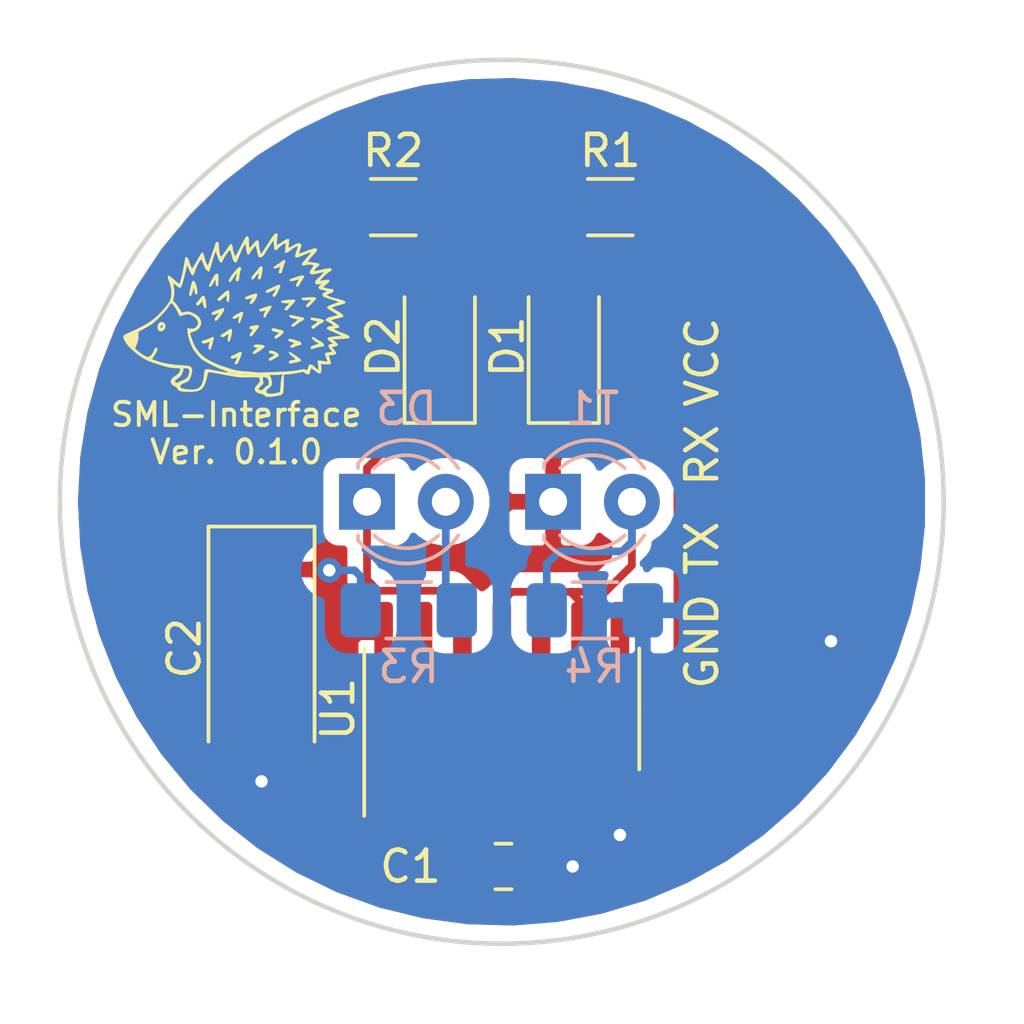
<source format=kicad_pcb>
(kicad_pcb (version 20171130) (host pcbnew "(5.1.10)-1")

  (general
    (thickness 1.6)
    (drawings 3)
    (tracks 94)
    (zones 0)
    (modules 16)
    (nets 11)
  )

  (page A4)
  (layers
    (0 F.Cu signal)
    (31 B.Cu signal)
    (32 B.Adhes user)
    (33 F.Adhes user)
    (34 B.Paste user)
    (35 F.Paste user)
    (36 B.SilkS user)
    (37 F.SilkS user)
    (38 B.Mask user)
    (39 F.Mask user)
    (40 Dwgs.User user)
    (41 Cmts.User user)
    (42 Eco1.User user)
    (43 Eco2.User user)
    (44 Edge.Cuts user)
    (45 Margin user)
    (46 B.CrtYd user)
    (47 F.CrtYd user)
    (48 B.Fab user)
    (49 F.Fab user)
  )

  (setup
    (last_trace_width 0.25)
    (user_trace_width 0.3048)
    (user_trace_width 0.508)
    (user_trace_width 0.9906)
    (trace_clearance 0.2)
    (zone_clearance 0.508)
    (zone_45_only no)
    (trace_min 0.2)
    (via_size 0.8)
    (via_drill 0.4)
    (via_min_size 0.4)
    (via_min_drill 0.3)
    (uvia_size 0.3)
    (uvia_drill 0.1)
    (uvias_allowed no)
    (uvia_min_size 0.2)
    (uvia_min_drill 0.1)
    (edge_width 0.05)
    (segment_width 0.2)
    (pcb_text_width 0.3)
    (pcb_text_size 1.5 1.5)
    (mod_edge_width 0.12)
    (mod_text_size 1 1)
    (mod_text_width 0.15)
    (pad_size 1.524 1.524)
    (pad_drill 0.762)
    (pad_to_mask_clearance 0)
    (aux_axis_origin 0 0)
    (visible_elements 7FFFFFFF)
    (pcbplotparams
      (layerselection 0x010fc_ffffffff)
      (usegerberextensions false)
      (usegerberattributes true)
      (usegerberadvancedattributes true)
      (creategerberjobfile true)
      (excludeedgelayer true)
      (linewidth 0.100000)
      (plotframeref false)
      (viasonmask false)
      (mode 1)
      (useauxorigin false)
      (hpglpennumber 1)
      (hpglpenspeed 20)
      (hpglpendiameter 15.000000)
      (psnegative false)
      (psa4output false)
      (plotreference true)
      (plotvalue true)
      (plotinvisibletext false)
      (padsonsilk false)
      (subtractmaskfromsilk false)
      (outputformat 1)
      (mirror false)
      (drillshape 0)
      (scaleselection 1)
      (outputdirectory "gerber/"))
  )

  (net 0 "")
  (net 1 GND)
  (net 2 VCC)
  (net 3 "Net-(D1-Pad2)")
  (net 4 "Net-(D1-Pad1)")
  (net 5 "Net-(D2-Pad1)")
  (net 6 "Net-(D2-Pad2)")
  (net 7 "Net-(D3-Pad2)")
  (net 8 "Net-(R4-Pad1)")
  (net 9 "Net-(TX1-Pad1)")
  (net 10 "Net-(U1-Pad1)")

  (net_class Default "This is the default net class."
    (clearance 0.2)
    (trace_width 0.25)
    (via_dia 0.8)
    (via_drill 0.4)
    (uvia_dia 0.3)
    (uvia_drill 0.1)
    (add_net GND)
    (add_net "Net-(D1-Pad1)")
    (add_net "Net-(D1-Pad2)")
    (add_net "Net-(D2-Pad1)")
    (add_net "Net-(D2-Pad2)")
    (add_net "Net-(D3-Pad2)")
    (add_net "Net-(R4-Pad1)")
    (add_net "Net-(TX1-Pad1)")
    (add_net "Net-(U1-Pad1)")
    (add_net VCC)
  )

  (module Igel:Igel_1500x1500 (layer F.Cu) (tedit 0) (tstamp 60BC69F9)
    (at 91.44 93.98)
    (fp_text reference G*** (at 0 0) (layer F.SilkS) hide
      (effects (font (size 1.524 1.524) (thickness 0.3)))
    )
    (fp_text value LOGO (at 0.75 0) (layer F.SilkS) hide
      (effects (font (size 1.524 1.524) (thickness 0.3)))
    )
    (fp_poly (pts (xy 1.320636 -2.625488) (xy 1.321835 -2.623704) (xy 1.329891 -2.588508) (xy 1.326736 -2.573867)
      (xy 1.321034 -2.546159) (xy 1.314967 -2.494049) (xy 1.309552 -2.42697) (xy 1.307835 -2.398756)
      (xy 1.299577 -2.249046) (xy 1.356755 -2.278116) (xy 1.399611 -2.302737) (xy 1.457366 -2.339529)
      (xy 1.517636 -2.380601) (xy 1.518568 -2.381261) (xy 1.593114 -2.428443) (xy 1.650082 -2.452515)
      (xy 1.687371 -2.45276) (xy 1.698643 -2.442634) (xy 1.700252 -2.420742) (xy 1.697753 -2.374681)
      (xy 1.691692 -2.313825) (xy 1.69062 -2.3049) (xy 1.684196 -2.243621) (xy 1.68132 -2.196709)
      (xy 1.6825 -2.173082) (xy 1.683059 -2.172097) (xy 1.700241 -2.176318) (xy 1.740103 -2.194005)
      (xy 1.795827 -2.221984) (xy 1.833499 -2.242098) (xy 1.914313 -2.284194) (xy 1.97272 -2.308762)
      (xy 2.014599 -2.316897) (xy 2.045827 -2.309695) (xy 2.072281 -2.288255) (xy 2.073536 -2.286882)
      (xy 2.087672 -2.268758) (xy 2.093232 -2.249122) (xy 2.089509 -2.219785) (xy 2.075794 -2.172559)
      (xy 2.059387 -2.123033) (xy 2.039964 -2.061643) (xy 2.027029 -2.013549) (xy 2.02268 -1.986832)
      (xy 2.02338 -1.984176) (xy 2.042078 -1.985578) (xy 2.082768 -1.997217) (xy 2.129053 -2.013737)
      (xy 2.267218 -2.065774) (xy 2.376626 -2.104497) (xy 2.459371 -2.130564) (xy 2.517546 -2.144633)
      (xy 2.553245 -2.147365) (xy 2.553622 -2.147322) (xy 2.591014 -2.136309) (xy 2.603761 -2.113346)
      (xy 2.591201 -2.076341) (xy 2.552676 -2.023204) (xy 2.494085 -1.95864) (xy 2.42925 -1.888982)
      (xy 2.374507 -1.825921) (xy 2.333318 -1.77383) (xy 2.309144 -1.737082) (xy 2.30532 -1.720149)
      (xy 2.323577 -1.715967) (xy 2.368199 -1.708642) (xy 2.431955 -1.699302) (xy 2.4892 -1.691491)
      (xy 2.568858 -1.680329) (xy 2.620909 -1.670815) (xy 2.651421 -1.660957) (xy 2.666457 -1.648763)
      (xy 2.672082 -1.63224) (xy 2.67221 -1.631368) (xy 2.664603 -1.597121) (xy 2.628063 -1.565783)
      (xy 2.624474 -1.563635) (xy 2.588322 -1.534998) (xy 2.550747 -1.494541) (xy 2.520501 -1.453009)
      (xy 2.506337 -1.421148) (xy 2.506134 -1.418355) (xy 2.5223 -1.41573) (xy 2.570465 -1.42254)
      (xy 2.65013 -1.438689) (xy 2.760794 -1.464085) (xy 2.794 -1.47205) (xy 2.900636 -1.494996)
      (xy 2.979426 -1.505197) (xy 3.033791 -1.502918) (xy 3.061274 -1.492754) (xy 3.076389 -1.469074)
      (xy 3.059557 -1.438811) (xy 3.011748 -1.40333) (xy 2.988147 -1.390074) (xy 2.95152 -1.365632)
      (xy 2.904077 -1.327097) (xy 2.851372 -1.279918) (xy 2.798955 -1.22954) (xy 2.752378 -1.181413)
      (xy 2.717195 -1.140982) (xy 2.698957 -1.113696) (xy 2.698482 -1.105874) (xy 2.718453 -1.10433)
      (xy 2.760441 -1.109585) (xy 2.793665 -1.115947) (xy 2.867912 -1.128625) (xy 2.933451 -1.133956)
      (xy 2.9817 -1.131616) (xy 3.002249 -1.123841) (xy 3.004501 -1.099221) (xy 2.976751 -1.060698)
      (xy 2.919564 -1.008955) (xy 2.886344 -0.983023) (xy 2.841412 -0.945882) (xy 2.812208 -0.915355)
      (xy 2.804462 -0.897532) (xy 2.805083 -0.896688) (xy 2.832656 -0.883044) (xy 2.885135 -0.867681)
      (xy 2.953776 -0.852697) (xy 3.029832 -0.840196) (xy 3.052233 -0.83731) (xy 3.101144 -0.829455)
      (xy 3.124941 -0.817622) (xy 3.132339 -0.796232) (xy 3.132667 -0.785831) (xy 3.121388 -0.748234)
      (xy 3.103033 -0.734522) (xy 3.030578 -0.709024) (xy 2.970617 -0.683579) (xy 2.930311 -0.661499)
      (xy 2.91702 -0.648461) (xy 2.928505 -0.631124) (xy 2.971324 -0.608785) (xy 3.043436 -0.582188)
      (xy 3.142799 -0.552076) (xy 3.267371 -0.519191) (xy 3.282674 -0.5154) (xy 3.39282 -0.485107)
      (xy 3.469274 -0.456723) (xy 3.512148 -0.430138) (xy 3.521557 -0.405246) (xy 3.497614 -0.381937)
      (xy 3.444721 -0.361351) (xy 3.322479 -0.324998) (xy 3.229465 -0.296701) (xy 3.162306 -0.275334)
      (xy 3.117633 -0.259771) (xy 3.092073 -0.248884) (xy 3.082256 -0.241547) (xy 3.081867 -0.240098)
      (xy 3.091651 -0.22797) (xy 3.122565 -0.205719) (xy 3.176955 -0.171871) (xy 3.257166 -0.124952)
      (xy 3.339789 -0.077979) (xy 3.396361 -0.039886) (xy 3.434577 -0.001692) (xy 3.450134 0.031267)
      (xy 3.443269 0.050371) (xy 3.421957 0.059293) (xy 3.374826 0.073823) (xy 3.309042 0.091883)
      (xy 3.238672 0.109716) (xy 3.164898 0.129101) (xy 3.10607 0.147195) (xy 3.068292 0.16193)
      (xy 3.057514 0.171028) (xy 3.076442 0.187199) (xy 3.115149 0.21273) (xy 3.146242 0.231169)
      (xy 3.213752 0.273948) (xy 3.269109 0.317219) (xy 3.306196 0.355616) (xy 3.318933 0.382679)
      (xy 3.303904 0.397806) (xy 3.266093 0.411384) (xy 3.246967 0.415284) (xy 3.186418 0.427183)
      (xy 3.156567 0.439802) (xy 3.157631 0.45602) (xy 3.189827 0.478714) (xy 3.253372 0.510762)
      (xy 3.254201 0.511156) (xy 3.332669 0.546226) (xy 3.417972 0.580989) (xy 3.490925 0.607666)
      (xy 3.569719 0.638884) (xy 3.623717 0.670969) (xy 3.650189 0.701703) (xy 3.646407 0.728868)
      (xy 3.643709 0.731864) (xy 3.619357 0.740621) (xy 3.567041 0.749696) (xy 3.492653 0.758513)
      (xy 3.402082 0.766496) (xy 3.301222 0.773069) (xy 3.195962 0.777656) (xy 3.166533 0.778505)
      (xy 3.090333 0.780441) (xy 3.130606 0.80932) (xy 3.191111 0.857401) (xy 3.237547 0.903429)
      (xy 3.264105 0.941206) (xy 3.268133 0.955962) (xy 3.266182 0.972459) (xy 3.255553 0.984335)
      (xy 3.229087 0.995327) (xy 3.179622 1.009174) (xy 3.153075 1.01602) (xy 3.08035 1.034647)
      (xy 3.148842 1.120668) (xy 3.184299 1.168485) (xy 3.209048 1.208137) (xy 3.217333 1.229282)
      (xy 3.201609 1.257822) (xy 3.158006 1.277664) (xy 3.091876 1.286634) (xy 3.075513 1.286933)
      (xy 3.027157 1.290576) (xy 2.994329 1.299765) (xy 2.988187 1.304751) (xy 2.987877 1.328744)
      (xy 2.997734 1.374302) (xy 3.015086 1.42996) (xy 3.038394 1.501802) (xy 3.04545 1.54926)
      (xy 3.032478 1.576659) (xy 2.995704 1.588319) (xy 2.931351 1.588565) (xy 2.879544 1.585154)
      (xy 2.728801 1.573774) (xy 2.738414 1.700877) (xy 2.740268 1.790027) (xy 2.729123 1.848437)
      (xy 2.703683 1.876709) (xy 2.662646 1.875447) (xy 2.604716 1.845251) (xy 2.53742 1.794135)
      (xy 2.486768 1.75464) (xy 2.444605 1.726601) (xy 2.418492 1.714919) (xy 2.415499 1.715078)
      (xy 2.401967 1.734006) (xy 2.387498 1.77595) (xy 2.378934 1.813243) (xy 2.366357 1.86777)
      (xy 2.351851 1.896921) (xy 2.33056 1.909059) (xy 2.322431 1.91059) (xy 2.283157 1.904296)
      (xy 2.233202 1.880754) (xy 2.217863 1.870853) (xy 2.152457 1.825526) (xy 2.003328 1.859818)
      (xy 1.912647 1.877559) (xy 1.808135 1.893359) (xy 1.709812 1.904264) (xy 1.693334 1.905549)
      (xy 1.532467 1.916989) (xy 1.527288 2.190394) (xy 1.524459 2.286677) (xy 1.520028 2.373996)
      (xy 1.51449 2.445401) (xy 1.508338 2.493939) (xy 1.504669 2.508914) (xy 1.485311 2.540978)
      (xy 1.451669 2.565602) (xy 1.397836 2.585498) (xy 1.317907 2.603378) (xy 1.286934 2.608932)
      (xy 1.162232 2.627411) (xy 1.063614 2.635549) (xy 0.993203 2.633256) (xy 0.956734 2.622816)
      (xy 0.916486 2.595521) (xy 0.889 2.573572) (xy 0.851647 2.55313) (xy 0.797818 2.536694)
      (xy 0.775892 2.532692) (xy 0.694936 2.510008) (xy 0.635802 2.47013) (xy 0.61904 2.442251)
      (xy 0.968591 2.442251) (xy 0.972604 2.484876) (xy 0.982729 2.507246) (xy 1.0093 2.529244)
      (xy 1.060578 2.539392) (xy 1.138797 2.537795) (xy 1.246189 2.524555) (xy 1.270956 2.520587)
      (xy 1.331941 2.5082) (xy 1.379934 2.494196) (xy 1.404775 2.481554) (xy 1.405021 2.48127)
      (xy 1.412139 2.45755) (xy 1.41967 2.407123) (xy 1.426764 2.337127) (xy 1.432574 2.254698)
      (xy 1.433106 2.245027) (xy 1.440528 2.137003) (xy 1.450079 2.05743) (xy 1.462581 2.000919)
      (xy 1.47524 1.968731) (xy 1.505809 1.908773) (xy 1.402354 1.919586) (xy 1.326667 1.925502)
      (xy 1.239833 1.929429) (xy 1.182505 1.9304) (xy 1.066112 1.9304) (xy 1.100639 1.998079)
      (xy 1.131224 2.077452) (xy 1.146138 2.159054) (xy 1.143658 2.230661) (xy 1.136878 2.255171)
      (xy 1.113375 2.290878) (xy 1.072297 2.332872) (xy 1.042934 2.356771) (xy 0.991138 2.401789)
      (xy 0.968591 2.442251) (xy 0.61904 2.442251) (xy 0.603618 2.416602) (xy 0.602627 2.41292)
      (xy 0.601363 2.373533) (xy 0.71885 2.373533) (xy 0.721351 2.402802) (xy 0.754266 2.418437)
      (xy 0.794005 2.421466) (xy 0.842691 2.415705) (xy 0.871178 2.394671) (xy 0.87865 2.382652)
      (xy 0.905168 2.351249) (xy 0.949113 2.315251) (xy 0.974645 2.298402) (xy 1.018821 2.269801)
      (xy 1.041082 2.244894) (xy 1.048929 2.210592) (xy 1.049867 2.167113) (xy 1.038188 2.088008)
      (xy 1.004112 2.032733) (xy 0.949084 2.003001) (xy 0.90734 1.998133) (xy 0.847941 1.998133)
      (xy 0.868373 2.216931) (xy 0.805197 2.272632) (xy 0.746789 2.330265) (xy 0.71885 2.373533)
      (xy 0.601363 2.373533) (xy 0.601088 2.364996) (xy 0.62289 2.315055) (xy 0.670935 2.257515)
      (xy 0.696221 2.232922) (xy 0.746878 2.168847) (xy 0.763934 2.10312) (xy 0.747261 2.036262)
      (xy 0.744758 2.031422) (xy 0.736874 2.020394) (xy 0.723648 2.012284) (xy 0.700459 2.006711)
      (xy 0.662689 2.003292) (xy 0.605719 2.001644) (xy 0.52493 2.001386) (xy 0.415704 2.002134)
      (xy 0.393391 2.00234) (xy 0.302136 2.003171) (xy 0.226223 2.003379) (xy 0.160538 2.002371)
      (xy 0.099968 1.999551) (xy 0.039399 1.994325) (xy -0.026282 1.986098) (xy -0.102189 1.974277)
      (xy -0.193436 1.958267) (xy -0.305136 1.937473) (xy -0.442403 1.911301) (xy -0.487654 1.902634)
      (xy 0.042333 1.902634) (xy 0.169333 1.913466) (xy 0.237606 1.918953) (xy 0.297612 1.923185)
      (xy 0.33704 1.9253) (xy 0.338667 1.925345) (xy 0.363348 1.925042) (xy 0.357515 1.920862)
      (xy 0.3302 1.913466) (xy 0.28699 1.906959) (xy 0.224145 1.902686) (xy 0.160867 1.901587)
      (xy 0.042333 1.902634) (xy -0.487654 1.902634) (xy -0.523634 1.895743) (xy -0.618882 1.878275)
      (xy -0.681244 1.867832) (xy -0.204622 1.867832) (xy -0.201675 1.871418) (xy -0.167201 1.878458)
      (xy -0.160867 1.8796) (xy -0.099246 1.887887) (xy -0.039192 1.891942) (xy -0.033867 1.89201)
      (xy -0.001795 1.891603) (xy 0.001024 1.889051) (xy -0.027109 1.883023) (xy -0.0508 1.878735)
      (xy -0.110449 1.870428) (xy -0.165467 1.866385) (xy -0.1778 1.866324) (xy -0.204622 1.867832)
      (xy -0.681244 1.867832) (xy -0.707311 1.863467) (xy -0.781347 1.852485) (xy -0.833417 1.846493)
      (xy -0.848445 1.845733) (xy -0.91209 1.845733) (xy -0.940893 1.976966) (xy -0.975933 2.114866)
      (xy -1.014666 2.223481) (xy -1.058948 2.307344) (xy -1.096128 2.355851) (xy -1.142318 2.398653)
      (xy -1.196184 2.430151) (xy -1.263302 2.451788) (xy -1.34925 2.465009) (xy -1.459603 2.471259)
      (xy -1.545681 2.472266) (xy -1.659876 2.470297) (xy -1.745599 2.463308) (xy -1.808073 2.449678)
      (xy -1.85252 2.427786) (xy -1.884165 2.396011) (xy -1.904486 2.360891) (xy -1.933139 2.318553)
      (xy -1.963762 2.302933) (xy -2.004511 2.289562) (xy -2.049607 2.256171) (xy -2.087878 2.212841)
      (xy -2.107328 2.173379) (xy -2.108465 2.129211) (xy -1.979313 2.129211) (xy -1.974785 2.162866)
      (xy -1.951567 2.182548) (xy -1.918068 2.188761) (xy -1.873469 2.170862) (xy -1.869963 2.168834)
      (xy -1.82218 2.145093) (xy -1.760969 2.120031) (xy -1.732955 2.110111) (xy -1.641981 2.068341)
      (xy -1.577588 2.009983) (xy -1.53589 1.930276) (xy -1.515658 1.844) (xy -1.513626 1.778253)
      (xy -1.533382 1.736512) (xy -1.578178 1.715141) (xy -1.635276 1.710266) (xy -1.681696 1.711902)
      (xy -1.703505 1.720704) (xy -1.709933 1.742517) (xy -1.710267 1.757741) (xy -1.717791 1.79912)
      (xy -1.737159 1.855226) (xy -1.754977 1.894939) (xy -1.796615 1.962531) (xy -1.85071 2.015073)
      (xy -1.890444 2.042718) (xy -1.951131 2.089006) (xy -1.979313 2.129211) (xy -2.108465 2.129211)
      (xy -2.108913 2.111822) (xy -2.08036 2.054347) (xy -2.020185 1.998607) (xy -1.97964 1.971785)
      (xy -1.896714 1.914791) (xy -1.843505 1.861281) (xy -1.816701 1.80725) (xy -1.811867 1.768836)
      (xy -1.811867 1.71344) (xy -1.976967 1.707006) (xy -2.048816 1.702706) (xy -2.115742 1.694668)
      (xy -2.186244 1.681168) (xy -2.268825 1.660482) (xy -2.371986 1.630885) (xy -2.413 1.618565)
      (xy -2.515323 1.586867) (xy -2.617188 1.554033) (xy -2.709421 1.523107) (xy -2.782846 1.497132)
      (xy -2.809325 1.487077) (xy -2.919813 1.435075) (xy -3.038419 1.364723) (xy -3.159378 1.280789)
      (xy -3.276927 1.188039) (xy -3.385304 1.091238) (xy -3.400836 1.075266) (xy -3.267615 1.075266)
      (xy -3.182493 1.15527) (xy -3.122884 1.205432) (xy -3.053432 1.254941) (xy -2.982085 1.299058)
      (xy -2.916794 1.333044) (xy -2.865506 1.352162) (xy -2.847995 1.354666) (xy -2.803615 1.34031)
      (xy -2.754238 1.302486) (xy -2.70772 1.249059) (xy -2.671918 1.187894) (xy -2.665388 1.171844)
      (xy -2.63572 1.102592) (xy -2.607746 1.063947) (xy -2.578888 1.052921) (xy -2.565364 1.056003)
      (xy -2.545669 1.07972) (xy -2.549799 1.125447) (xy -2.577259 1.191628) (xy -2.627552 1.276706)
      (xy -2.643069 1.299917) (xy -2.726974 1.422969) (xy -2.680054 1.44134) (xy -2.521662 1.497908)
      (xy -2.364469 1.542019) (xy -2.199731 1.575463) (xy -2.018705 1.600026) (xy -1.821242 1.616927)
      (xy -1.709736 1.6245) (xy -1.626969 1.630799) (xy -1.567888 1.636789) (xy -1.527439 1.643435)
      (xy -1.500569 1.651701) (xy -1.482225 1.662554) (xy -1.467352 1.676959) (xy -1.459434 1.686033)
      (xy -1.433592 1.722799) (xy -1.424749 1.760943) (xy -1.428053 1.810873) (xy -1.445006 1.904219)
      (xy -1.470575 1.992609) (xy -1.501322 2.06589) (xy -1.528807 2.108535) (xy -1.56558 2.137433)
      (xy -1.622746 2.167901) (xy -1.676028 2.189246) (xy -1.738686 2.213146) (xy -1.776264 2.235189)
      (xy -1.796777 2.260724) (xy -1.802094 2.273387) (xy -1.809503 2.318227) (xy -1.799474 2.339032)
      (xy -1.763252 2.359003) (xy -1.700834 2.376823) (xy -1.619884 2.391064) (xy -1.528066 2.400299)
      (xy -1.455621 2.403093) (xy -1.375418 2.40202) (xy -1.317377 2.395627) (xy -1.269963 2.381991)
      (xy -1.23558 2.366433) (xy -1.172752 2.322588) (xy -1.123504 2.259475) (xy -1.086124 2.173416)
      (xy -1.058899 2.060733) (xy -1.043907 1.954663) (xy -1.034542 1.873621) (xy -1.026481 1.819856)
      (xy -1.017591 1.786958) (xy -1.005736 1.768511) (xy -0.98878 1.758103) (xy -0.976983 1.753649)
      (xy -0.921455 1.746433) (xy -0.842571 1.756902) (xy -0.833563 1.75885) (xy -0.77673 1.770739)
      (xy -0.701684 1.785404) (xy -0.615415 1.801599) (xy -0.524914 1.818076) (xy -0.43717 1.833586)
      (xy -0.359175 1.846883) (xy -0.297917 1.856718) (xy -0.260388 1.861844) (xy -0.254 1.862296)
      (xy -0.245107 1.856836) (xy -0.262382 1.841862) (xy -0.300442 1.820167) (xy -0.353901 1.794545)
      (xy -0.417378 1.76779) (xy -0.4826 1.74368) (xy -0.546285 1.718953) (xy -0.630448 1.682109)
      (xy -0.725906 1.63738) (xy -0.823477 1.588995) (xy -0.864364 1.567819) (xy -0.958217 1.517932)
      (xy -1.028635 1.478338) (xy -1.082428 1.444092) (xy -1.126407 1.41025) (xy -1.16738 1.371866)
      (xy -1.212158 1.323997) (xy -1.234383 1.299148) (xy -1.291616 1.230903) (xy -1.345315 1.160137)
      (xy -1.387884 1.097176) (xy -1.40525 1.066799) (xy -1.458589 0.949349) (xy -1.505188 0.823689)
      (xy -1.54172 0.700351) (xy -1.564862 0.589866) (xy -1.570265 0.544136) (xy -1.574713 0.48056)
      (xy -1.574738 0.444239) (xy -1.568917 0.428693) (xy -1.555826 0.427445) (xy -1.545285 0.430418)
      (xy -1.507275 0.43751) (xy -1.45302 0.442241) (xy -1.431582 0.443017) (xy -1.374595 0.439616)
      (xy -1.333509 0.422491) (xy -1.302716 0.396831) (xy -1.249871 0.328428) (xy -1.230343 0.257694)
      (xy -1.243815 0.186276) (xy -1.289973 0.11582) (xy -1.368501 0.047969) (xy -1.369819 0.047053)
      (xy -1.449433 -0.001457) (xy -1.519293 -0.025546) (xy -1.591094 -0.027005) (xy -1.676531 -0.007622)
      (xy -1.693143 -0.002418) (xy -1.75079 0.015647) (xy -1.795229 0.028643) (xy -1.817167 0.033858)
      (xy -1.817443 0.033866) (xy -1.829159 0.019531) (xy -1.850877 -0.018904) (xy -1.878865 -0.07458)
      (xy -1.89439 -0.107489) (xy -1.930513 -0.177621) (xy -1.972528 -0.246859) (xy -2.015763 -0.30878)
      (xy -2.055543 -0.35696) (xy -2.087195 -0.384978) (xy -2.099569 -0.389467) (xy -2.113649 -0.37615)
      (xy -2.141181 -0.340301) (xy -2.177612 -0.288072) (xy -2.202928 -0.249767) (xy -2.258955 -0.172845)
      (xy -2.333972 -0.083317) (xy -2.421123 0.011789) (xy -2.51355 0.105442) (xy -2.604395 0.190615)
      (xy -2.686801 0.260278) (xy -2.734733 0.295346) (xy -2.786012 0.327611) (xy -2.856448 0.369438)
      (xy -2.935282 0.414521) (xy -2.9871 0.443224) (xy -3.154801 0.534716) (xy -3.158689 0.677991)
      (xy -3.164098 0.766863) (xy -3.177231 0.839942) (xy -3.201809 0.915061) (xy -3.215096 0.948266)
      (xy -3.267615 1.075266) (xy -3.400836 1.075266) (xy -3.478745 0.995152) (xy -3.551487 0.904548)
      (xy -3.589644 0.841762) (xy -3.621187 0.776549) (xy -3.639062 0.727422) (xy -3.640382 0.689532)
      (xy -3.622259 0.658029) (xy -3.581803 0.628064) (xy -3.516126 0.594789) (xy -3.422341 0.553353)
      (xy -3.4163 0.550737) (xy -3.207965 0.456389) (xy -3.027863 0.365404) (xy -2.870976 0.274716)
      (xy -2.732288 0.181258) (xy -2.606779 0.081965) (xy -2.518724 0.002248) (xy -2.421381 -0.095783)
      (xy -2.329431 -0.197784) (xy -2.248237 -0.297226) (xy -2.183164 -0.38758) (xy -2.143247 -0.454871)
      (xy -2.140922 -0.46151) (xy -2.041437 -0.46151) (xy -1.964752 -0.377721) (xy -1.915706 -0.318148)
      (xy -1.863142 -0.245095) (xy -1.821878 -0.180052) (xy -1.783976 -0.119107) (xy -1.756173 -0.085448)
      (xy -1.735072 -0.075302) (xy -1.728745 -0.076567) (xy -1.64468 -0.104093) (xy -1.575763 -0.113289)
      (xy -1.509253 -0.105038) (xy -1.472119 -0.094385) (xy -1.374869 -0.053575) (xy -1.285967 0.00033)
      (xy -1.214154 0.061208) (xy -1.171897 0.11593) (xy -1.139667 0.203554) (xy -1.138764 0.290313)
      (xy -1.166826 0.37189) (xy -1.221491 0.44397) (xy -1.300396 0.502238) (xy -1.401179 0.542377)
      (xy -1.406055 0.543653) (xy -1.458901 0.561691) (xy -1.487141 0.581201) (xy -1.490133 0.589136)
      (xy -1.484988 0.61488) (xy -1.471178 0.664213) (xy -1.45114 0.72873) (xy -1.438522 0.767121)
      (xy -1.379576 0.92032) (xy -1.309852 1.056085) (xy -1.226529 1.176658) (xy -1.126786 1.284283)
      (xy -1.007802 1.3812) (xy -0.866757 1.469651) (xy -0.700829 1.55188) (xy -0.507198 1.630128)
      (xy -0.283042 1.706636) (xy -0.239112 1.720434) (xy -0.149381 1.747713) (xy -0.075004 1.768299)
      (xy -0.007375 1.783722) (xy 0.062107 1.795513) (xy 0.142045 1.8052) (xy 0.241042 1.814316)
      (xy 0.328155 1.821321) (xy 0.430661 1.829527) (xy 0.522509 1.837261) (xy 0.597983 1.84401)
      (xy 0.651366 1.849263) (xy 0.676942 1.852506) (xy 0.677334 1.852594) (xy 0.704113 1.854621)
      (xy 0.760104 1.854824) (xy 0.84609 1.853179) (xy 0.962856 1.849662) (xy 1.111188 1.844251)
      (xy 1.29187 1.836923) (xy 1.473692 1.829071) (xy 1.665981 1.818122) (xy 1.827394 1.803512)
      (xy 1.960754 1.784964) (xy 2.005683 1.776619) (xy 2.093522 1.760068) (xy 2.154395 1.751657)
      (xy 2.194088 1.750904) (xy 2.218387 1.757329) (xy 2.220861 1.758756) (xy 2.259339 1.775894)
      (xy 2.286378 1.767888) (xy 2.306813 1.731436) (xy 2.318552 1.692077) (xy 2.335549 1.641503)
      (xy 2.354975 1.605984) (xy 2.365626 1.596542) (xy 2.394617 1.597118) (xy 2.435546 1.609577)
      (xy 2.475617 1.628425) (xy 2.502037 1.648166) (xy 2.506134 1.656889) (xy 2.518913 1.674054)
      (xy 2.550185 1.700803) (xy 2.589345 1.729387) (xy 2.62579 1.752057) (xy 2.648666 1.761066)
      (xy 2.654356 1.753785) (xy 2.655354 1.729106) (xy 2.651331 1.68278) (xy 2.641956 1.610556)
      (xy 2.631192 1.536699) (xy 2.62169 1.473199) (xy 2.690078 1.473199) (xy 2.749172 1.477006)
      (xy 2.81825 1.486604) (xy 2.845135 1.491787) (xy 2.895398 1.500821) (xy 2.930515 1.503879)
      (xy 2.940015 1.502163) (xy 2.938258 1.483582) (xy 2.925789 1.442697) (xy 2.905297 1.388304)
      (xy 2.904979 1.387523) (xy 2.876958 1.314819) (xy 2.864277 1.266857) (xy 2.867904 1.237716)
      (xy 2.888802 1.221474) (xy 2.927938 1.212208) (xy 2.9337 1.211315) (xy 2.992146 1.202013)
      (xy 3.045198 1.192816) (xy 3.053897 1.191182) (xy 3.102127 1.181911) (xy 3.050702 1.128589)
      (xy 3.005566 1.07191) (xy 2.97878 1.017433) (xy 2.974397 0.973752) (xy 2.975652 0.969406)
      (xy 2.99573 0.953443) (xy 3.036379 0.940076) (xy 3.04942 0.937608) (xy 3.091166 0.928559)
      (xy 3.114086 0.918975) (xy 3.115603 0.916469) (xy 3.102157 0.902596) (xy 3.068226 0.879465)
      (xy 3.047065 0.866864) (xy 3.002244 0.834181) (xy 2.967118 0.79602) (xy 2.947686 0.760538)
      (xy 2.949947 0.735896) (xy 2.950409 0.735413) (xy 2.973463 0.72633) (xy 3.021614 0.715259)
      (xy 3.086261 0.703559) (xy 3.158799 0.692587) (xy 3.230627 0.683702) (xy 3.29314 0.678261)
      (xy 3.318933 0.677246) (xy 3.412067 0.675977) (xy 3.361267 0.647872) (xy 3.325463 0.629898)
      (xy 3.267016 0.602538) (xy 3.194428 0.569707) (xy 3.126235 0.539671) (xy 3.052821 0.507081)
      (xy 2.990649 0.47822) (xy 2.946455 0.4563) (xy 2.927205 0.444777) (xy 2.919585 0.419807)
      (xy 2.939616 0.394571) (xy 2.981384 0.373333) (xy 3.038979 0.360357) (xy 3.045158 0.359699)
      (xy 3.094361 0.352475) (xy 3.126105 0.343021) (xy 3.132667 0.336962) (xy 3.119518 0.320464)
      (xy 3.086195 0.293328) (xy 3.041878 0.261798) (xy 2.995751 0.232119) (xy 2.956996 0.210538)
      (xy 2.936 0.2032) (xy 2.909703 0.19144) (xy 2.896541 0.178933) (xy 2.886848 0.155511)
      (xy 2.902461 0.128942) (xy 2.910301 0.120765) (xy 2.941146 0.097531) (xy 2.986983 0.077076)
      (xy 3.053628 0.057414) (xy 3.146894 0.036558) (xy 3.170767 0.031769) (xy 3.222788 0.019232)
      (xy 3.258116 0.006399) (xy 3.268133 -0.001963) (xy 3.252955 -0.02112) (xy 3.208097 -0.053893)
      (xy 3.134579 -0.099592) (xy 3.061898 -0.141565) (xy 2.98694 -0.188677) (xy 2.943259 -0.228042)
      (xy 2.929467 -0.260148) (xy 2.944414 -0.273973) (xy 2.984914 -0.29554) (xy 3.044457 -0.321693)
      (xy 3.103684 -0.344625) (xy 3.176687 -0.371841) (xy 3.238902 -0.395917) (xy 3.282767 -0.413873)
      (xy 3.299459 -0.421763) (xy 3.292941 -0.431277) (xy 3.256545 -0.447369) (xy 3.193369 -0.468891)
      (xy 3.106508 -0.494696) (xy 3.090994 -0.499041) (xy 3.003853 -0.524758) (xy 2.925452 -0.550637)
      (xy 2.863168 -0.574049) (xy 2.824378 -0.592364) (xy 2.819018 -0.595993) (xy 2.782857 -0.635788)
      (xy 2.780095 -0.672497) (xy 2.810893 -0.706726) (xy 2.854674 -0.730501) (xy 2.897026 -0.751618)
      (xy 2.920921 -0.768289) (xy 2.922973 -0.774139) (xy 2.903021 -0.782137) (xy 2.858909 -0.794683)
      (xy 2.799601 -0.80926) (xy 2.790332 -0.81138) (xy 2.726115 -0.827189) (xy 2.688041 -0.841085)
      (xy 2.668879 -0.856921) (xy 2.661399 -0.878547) (xy 2.66115 -0.880206) (xy 2.666977 -0.917925)
      (xy 2.698665 -0.957964) (xy 2.71195 -0.969954) (xy 2.745054 -0.999461) (xy 2.753728 -1.011848)
      (xy 2.739633 -1.011589) (xy 2.726267 -1.00853) (xy 2.660709 -0.993396) (xy 2.61937 -0.987031)
      (xy 2.593775 -0.989362) (xy 2.57545 -1.000316) (xy 2.568172 -1.007181) (xy 2.545092 -1.040991)
      (xy 2.545679 -1.076884) (xy 2.571745 -1.119488) (xy 2.625097 -1.173432) (xy 2.637471 -1.184468)
      (xy 2.693247 -1.236052) (xy 2.745749 -1.288787) (xy 2.783581 -1.331223) (xy 2.832221 -1.392181)
      (xy 2.77501 -1.38049) (xy 2.730732 -1.37091) (xy 2.666333 -1.356348) (xy 2.594628 -1.339708)
      (xy 2.583879 -1.337175) (xy 2.505805 -1.321002) (xy 2.45176 -1.316838) (xy 2.413803 -1.32552)
      (xy 2.383992 -1.347886) (xy 2.373815 -1.35934) (xy 2.36781 -1.377756) (xy 2.376826 -1.406461)
      (xy 2.403426 -1.45141) (xy 2.430369 -1.490753) (xy 2.470257 -1.551131) (xy 2.488798 -1.589349)
      (xy 2.487356 -1.608377) (xy 2.485095 -1.609984) (xy 2.4176 -1.629952) (xy 2.331544 -1.631595)
      (xy 2.244547 -1.616652) (xy 2.186305 -1.603116) (xy 2.152215 -1.600307) (xy 2.134404 -1.607928)
      (xy 2.130959 -1.61236) (xy 2.120143 -1.634812) (xy 2.121958 -1.656832) (xy 2.139784 -1.686091)
      (xy 2.177 -1.730261) (xy 2.188634 -1.74331) (xy 2.237 -1.799177) (xy 2.293282 -1.866893)
      (xy 2.342749 -1.928584) (xy 2.383181 -1.980754) (xy 2.404406 -2.0112) (xy 2.408186 -2.024797)
      (xy 2.396279 -2.026418) (xy 2.376615 -2.022361) (xy 2.341292 -2.010838) (xy 2.28413 -1.988547)
      (xy 2.213979 -1.959048) (xy 2.160909 -1.935578) (xy 2.087596 -1.904002) (xy 2.021481 -1.878307)
      (xy 1.971129 -1.861671) (xy 1.949242 -1.85707) (xy 1.915766 -1.864508) (xy 1.900902 -1.893634)
      (xy 1.904622 -1.946345) (xy 1.926895 -2.024534) (xy 1.945852 -2.076023) (xy 1.968386 -2.137179)
      (xy 1.983854 -2.18534) (xy 1.989829 -2.212681) (xy 1.989236 -2.215876) (xy 1.964705 -2.218568)
      (xy 1.921108 -2.20433) (xy 1.866131 -2.177002) (xy 1.807458 -2.140423) (xy 1.752774 -2.098434)
      (xy 1.750872 -2.096778) (xy 1.689668 -2.048818) (xy 1.639748 -2.020819) (xy 1.61554 -2.015067)
      (xy 1.573583 -2.015067) (xy 1.585088 -2.167467) (xy 1.58896 -2.234456) (xy 1.589709 -2.286443)
      (xy 1.587338 -2.315917) (xy 1.585022 -2.319867) (xy 1.550924 -2.309419) (xy 1.502801 -2.282131)
      (xy 1.448419 -2.244091) (xy 1.39554 -2.201386) (xy 1.35193 -2.160103) (xy 1.325352 -2.126329)
      (xy 1.3208 -2.11272) (xy 1.306378 -2.103381) (xy 1.274234 -2.102842) (xy 1.251352 -2.106942)
      (xy 1.236893 -2.117483) (xy 1.228105 -2.1415) (xy 1.222233 -2.186027) (xy 1.217242 -2.248447)
      (xy 1.211394 -2.314009) (xy 1.204957 -2.365663) (xy 1.199066 -2.394841) (xy 1.197472 -2.39804)
      (xy 1.184949 -2.388791) (xy 1.158398 -2.356112) (xy 1.12152 -2.30543) (xy 1.07802 -2.242166)
      (xy 1.031599 -2.171747) (xy 0.985962 -2.099597) (xy 0.94481 -2.03114) (xy 0.933242 -2.010984)
      (xy 0.88292 -1.933339) (xy 0.835546 -1.885591) (xy 0.787415 -1.864429) (xy 0.767295 -1.862667)
      (xy 0.738559 -1.868845) (xy 0.716715 -1.890875) (xy 0.69909 -1.934005) (xy 0.68301 -2.003481)
      (xy 0.676092 -2.041677) (xy 0.663623 -2.107294) (xy 0.650716 -2.164584) (xy 0.640627 -2.199717)
      (xy 0.625382 -2.240434) (xy 0.573352 -2.19125) (xy 0.535169 -2.147968) (xy 0.49358 -2.090223)
      (xy 0.470711 -2.053168) (xy 0.437127 -1.996458) (xy 0.413402 -1.964649) (xy 0.393967 -1.952492)
      (xy 0.373256 -1.954738) (xy 0.368231 -1.956546) (xy 0.353579 -1.976579) (xy 0.339685 -2.026249)
      (xy 0.326079 -2.107399) (xy 0.322038 -2.137723) (xy 0.300137 -2.309578) (xy 0.260221 -2.259689)
      (xy 0.23608 -2.223043) (xy 0.205041 -2.164177) (xy 0.166024 -2.08077) (xy 0.117952 -1.9705)
      (xy 0.059747 -1.831046) (xy 0.048952 -1.80472) (xy 0.024991 -1.751813) (xy 0.00318 -1.713238)
      (xy -0.010411 -1.69833) (xy -0.04463 -1.703242) (xy -0.078117 -1.736943) (xy -0.10735 -1.794471)
      (xy -0.127214 -1.862986) (xy -0.143987 -1.932392) (xy -0.163561 -1.998868) (xy -0.177578 -2.037633)
      (xy -0.196979 -2.077512) (xy -0.212825 -2.090112) (xy -0.229395 -2.08214) (xy -0.260852 -2.048461)
      (xy -0.301729 -1.994739) (xy -0.345469 -1.930793) (xy -0.385518 -1.866443) (xy -0.415319 -1.811506)
      (xy -0.424693 -1.789629) (xy -0.452593 -1.727119) (xy -0.480416 -1.697145) (xy -0.508994 -1.699966)
      (xy -0.539153 -1.735845) (xy -0.571725 -1.805043) (xy -0.584902 -1.840116) (xy -0.609128 -1.907711)
      (xy -0.630683 -1.967732) (xy -0.64565 -2.009275) (xy -0.647748 -2.015067) (xy -0.663113 -2.0574)
      (xy -0.686762 -2.01262) (xy -0.699864 -1.980351) (xy -0.719482 -1.922738) (xy -0.743254 -1.847118)
      (xy -0.768819 -1.760828) (xy -0.776693 -1.73322) (xy -0.802034 -1.644821) (xy -0.825741 -1.564462)
      (xy -0.845572 -1.499586) (xy -0.859282 -1.457638) (xy -0.861897 -1.450558) (xy -0.880817 -1.402516)
      (xy -0.935708 -1.434464) (xy -0.97582 -1.467465) (xy -1.008798 -1.519187) (xy -1.029456 -1.567173)
      (xy -1.067185 -1.66308) (xy -1.095532 -1.730301) (xy -1.116071 -1.772195) (xy -1.130379 -1.79212)
      (xy -1.136349 -1.794934) (xy -1.154498 -1.780364) (xy -1.181897 -1.741117) (xy -1.215033 -1.683885)
      (xy -1.250392 -1.615359) (xy -1.284462 -1.542233) (xy -1.31373 -1.471198) (xy -1.328891 -1.428146)
      (xy -1.355732 -1.350565) (xy -1.379293 -1.301094) (xy -1.401977 -1.280412) (xy -1.426191 -1.289197)
      (xy -1.45434 -1.328128) (xy -1.488828 -1.397883) (xy -1.525643 -1.483648) (xy -1.58277 -1.621096)
      (xy -1.661413 -1.304716) (xy -1.695848 -1.169737) (xy -1.724848 -1.064828) (xy -1.749607 -0.986848)
      (xy -1.771317 -0.932655) (xy -1.791173 -0.899109) (xy -1.810366 -0.883067) (xy -1.822513 -0.880534)
      (xy -1.848048 -0.891272) (xy -1.888921 -0.919373) (xy -1.934498 -0.957203) (xy -1.977902 -0.994832)
      (xy -2.010414 -1.020402) (xy -2.025136 -1.028497) (xy -2.025209 -1.028436) (xy -2.025621 -1.010388)
      (xy -2.022178 -0.966573) (xy -2.015564 -0.904786) (xy -2.011323 -0.869919) (xy -2.002188 -0.781231)
      (xy -2.000883 -0.710041) (xy -2.007708 -0.640833) (xy -2.016719 -0.589175) (xy -2.041437 -0.46151)
      (xy -2.140922 -0.46151) (xy -2.104005 -0.56691) (xy -2.088686 -0.69665) (xy -2.097124 -0.837986)
      (xy -2.129153 -0.984815) (xy -2.160061 -1.074111) (xy -2.192116 -1.163685) (xy -2.205836 -1.225349)
      (xy -2.200893 -1.259235) (xy -2.176957 -1.265472) (xy -2.1337 -1.244193) (xy -2.070793 -1.195528)
      (xy -2.004946 -1.135877) (xy -1.946509 -1.082137) (xy -1.895692 -1.03832) (xy -1.858121 -1.009086)
      (xy -1.839822 -0.999067) (xy -1.828721 -1.014749) (xy -1.812564 -1.05803) (xy -1.792754 -1.123267)
      (xy -1.770696 -1.204815) (xy -1.747792 -1.297029) (xy -1.725446 -1.394263) (xy -1.705063 -1.490875)
      (xy -1.688046 -1.581218) (xy -1.6761 -1.657402) (xy -1.665357 -1.72844) (xy -1.653848 -1.790814)
      (xy -1.643662 -1.8335) (xy -1.64145 -1.840117) (xy -1.621106 -1.869749) (xy -1.596266 -1.867959)
      (xy -1.568802 -1.836587) (xy -1.540583 -1.777473) (xy -1.521977 -1.722567) (xy -1.491952 -1.630006)
      (xy -1.464682 -1.561109) (xy -1.441637 -1.519182) (xy -1.426198 -1.507215) (xy -1.409788 -1.521381)
      (xy -1.381166 -1.559901) (xy -1.343855 -1.617138) (xy -1.301377 -1.687456) (xy -1.257252 -1.765218)
      (xy -1.215004 -1.844789) (xy -1.213862 -1.847029) (xy -1.16615 -1.933315) (xy -1.126297 -1.989804)
      (xy -1.095047 -2.01561) (xy -1.075158 -2.012136) (xy -1.066784 -1.992212) (xy -1.052794 -1.947243)
      (xy -1.035549 -1.885096) (xy -1.026048 -1.848481) (xy -0.998932 -1.753837) (xy -0.971334 -1.67979)
      (xy -0.945074 -1.630379) (xy -0.921971 -1.609642) (xy -0.918243 -1.609268) (xy -0.907891 -1.624491)
      (xy -0.890016 -1.664967) (xy -0.867534 -1.723729) (xy -0.852692 -1.765902) (xy -0.822002 -1.855132)
      (xy -0.786082 -1.958504) (xy -0.751108 -2.058269) (xy -0.739449 -2.091267) (xy -0.713333 -2.166716)
      (xy -0.690877 -2.2348) (xy -0.675042 -2.286365) (xy -0.6696 -2.307167) (xy -0.654138 -2.342648)
      (xy -0.622639 -2.353642) (xy -0.617744 -2.353734) (xy -0.585633 -2.352263) (xy -0.574756 -2.3495)
      (xy -0.573184 -2.331967) (xy -0.569672 -2.287675) (xy -0.564765 -2.223638) (xy -0.559912 -2.159001)
      (xy -0.549571 -2.056186) (xy -0.535786 -1.9734) (xy -0.519514 -1.914598) (xy -0.501708 -1.883739)
      (xy -0.492582 -1.880022) (xy -0.477975 -1.893096) (xy -0.448914 -1.927541) (xy -0.410275 -1.976919)
      (xy -0.366934 -2.034793) (xy -0.323768 -2.094725) (xy -0.285652 -2.150278) (xy -0.272145 -2.171035)
      (xy -0.238951 -2.218794) (xy -0.207485 -2.257087) (xy -0.195793 -2.268428) (xy -0.170296 -2.283724)
      (xy -0.150895 -2.272295) (xy -0.142101 -2.260958) (xy -0.125087 -2.220888) (xy -0.118533 -2.174481)
      (xy -0.113748 -2.126957) (xy -0.101262 -2.068837) (xy -0.083875 -2.008643) (xy -0.064388 -1.954893)
      (xy -0.045604 -1.916108) (xy -0.030323 -1.900808) (xy -0.028621 -1.901025) (xy -0.0149 -1.917611)
      (xy 0.010999 -1.959678) (xy 0.046308 -2.022319) (xy 0.088254 -2.100626) (xy 0.132071 -2.185732)
      (xy 0.191339 -2.30275) (xy 0.237584 -2.392514) (xy 0.273054 -2.458001) (xy 0.299999 -2.502183)
      (xy 0.320668 -2.528037) (xy 0.337308 -2.538535) (xy 0.35217 -2.536654) (xy 0.367502 -2.525368)
      (xy 0.379791 -2.513391) (xy 0.393921 -2.489394) (xy 0.40239 -2.447686) (xy 0.406195 -2.381811)
      (xy 0.406659 -2.339824) (xy 0.408213 -2.270829) (xy 0.412132 -2.2139) (xy 0.417684 -2.178237)
      (xy 0.420001 -2.172279) (xy 0.436772 -2.171718) (xy 0.468868 -2.199737) (xy 0.508454 -2.246144)
      (xy 0.578516 -2.329197) (xy 0.633443 -2.382839) (xy 0.674529 -2.407274) (xy 0.703068 -2.402707)
      (xy 0.720354 -2.369342) (xy 0.727681 -2.307382) (xy 0.728134 -2.280805) (xy 0.731753 -2.219337)
      (xy 0.74132 -2.151468) (xy 0.754896 -2.08548) (xy 0.770541 -2.029657) (xy 0.786318 -1.992281)
      (xy 0.798259 -1.9812) (xy 0.805066 -1.983362) (xy 0.814763 -1.991597) (xy 0.82914 -2.008532)
      (xy 0.849985 -2.036792) (xy 0.879086 -2.079005) (xy 0.918232 -2.137795) (xy 0.969213 -2.215789)
      (xy 1.033816 -2.315614) (xy 1.113829 -2.439894) (xy 1.166218 -2.521436) (xy 1.213109 -2.584211)
      (xy 1.257023 -2.624152) (xy 1.294139 -2.638748) (xy 1.320636 -2.625488)) (layer F.SilkS) (width 0.01))
    (fp_poly (pts (xy -2.332459 0.253793) (xy -2.330617 0.255229) (xy -2.293578 0.303679) (xy -2.283473 0.363617)
      (xy -2.300107 0.426256) (xy -2.335497 0.475435) (xy -2.391748 0.514862) (xy -2.447444 0.522553)
      (xy -2.498507 0.498136) (xy -2.506133 0.491066) (xy -2.534557 0.440872) (xy -2.541134 0.377494)
      (xy -2.539044 0.368395) (xy -2.446765 0.368395) (xy -2.445347 0.395787) (xy -2.427789 0.420843)
      (xy -2.403375 0.414063) (xy -2.390987 0.403013) (xy -2.373793 0.37249) (xy -2.372864 0.341117)
      (xy -2.38769 0.322697) (xy -2.393993 0.321733) (xy -2.427563 0.335926) (xy -2.446765 0.368395)
      (xy -2.539044 0.368395) (xy -2.526363 0.313195) (xy -2.496981 0.266526) (xy -2.445068 0.22859)
      (xy -2.390474 0.224362) (xy -2.332459 0.253793)) (layer F.SilkS) (width 0.01))
    (fp_poly (pts (xy 0.166333 1.211218) (xy 0.169333 1.229927) (xy 0.162719 1.262328) (xy 0.145405 1.315815)
      (xy 0.121189 1.380863) (xy 0.093868 1.447952) (xy 0.067238 1.507557) (xy 0.045096 1.550157)
      (xy 0.036898 1.5621) (xy 0.0027 1.587711) (xy -0.028199 1.587131) (xy -0.044019 1.568047)
      (xy -0.041752 1.540971) (xy -0.026441 1.495641) (xy -0.008482 1.456297) (xy 0.014328 1.40802)
      (xy 0.027679 1.373216) (xy 0.029139 1.361227) (xy 0.010669 1.36264) (xy -0.026647 1.374809)
      (xy -0.039189 1.379844) (xy -0.095789 1.400051) (xy -0.134373 1.403478) (xy -0.165673 1.391153)
      (xy -0.180696 1.367558) (xy -0.167836 1.339452) (xy -0.13134 1.313028) (xy -0.104514 1.302034)
      (xy -0.053386 1.280827) (xy 0.00758 1.249675) (xy 0.038281 1.231808) (xy 0.100583 1.200263)
      (xy 0.143805 1.193392) (xy 0.166333 1.211218)) (layer F.SilkS) (width 0.01))
    (fp_poly (pts (xy 1.729048 1.194896) (xy 1.750262 1.20496) (xy 1.78202 1.224091) (xy 1.833307 1.257346)
      (xy 1.895956 1.299362) (xy 1.938526 1.328572) (xy 2.015902 1.384511) (xy 2.06362 1.426769)
      (xy 2.081451 1.45842) (xy 2.069168 1.48254) (xy 2.026545 1.502201) (xy 1.953354 1.520479)
      (xy 1.923893 1.526448) (xy 1.854478 1.540511) (xy 1.796614 1.553032) (xy 1.759212 1.562048)
      (xy 1.751565 1.564387) (xy 1.723675 1.560182) (xy 1.70961 1.548609) (xy 1.697103 1.515734)
      (xy 1.699181 1.49932) (xy 1.708904 1.484271) (xy 1.72924 1.472849) (xy 1.767278 1.462643)
      (xy 1.830107 1.45124) (xy 1.849967 1.448008) (xy 1.89072 1.438035) (xy 1.91239 1.426066)
      (xy 1.913467 1.423221) (xy 1.90074 1.406382) (xy 1.867665 1.377337) (xy 1.829573 1.348371)
      (xy 1.776661 1.306019) (xy 1.735156 1.26485) (xy 1.70735 1.229009) (xy 1.695536 1.20264)
      (xy 1.702004 1.189888) (xy 1.729048 1.194896)) (layer F.SilkS) (width 0.01))
    (fp_poly (pts (xy 1.109134 1.147599) (xy 1.180304 1.161302) (xy 1.248319 1.186848) (xy 1.306606 1.22006)
      (xy 1.348591 1.256759) (xy 1.367701 1.292765) (xy 1.366024 1.310906) (xy 1.348668 1.326796)
      (xy 1.309261 1.352899) (xy 1.256173 1.384545) (xy 1.197774 1.417065) (xy 1.142436 1.445789)
      (xy 1.098528 1.466048) (xy 1.075111 1.473199) (xy 1.061697 1.459916) (xy 1.056302 1.44861)
      (xy 1.052373 1.423524) (xy 1.065318 1.400503) (xy 1.100087 1.374148) (xy 1.151988 1.344281)
      (xy 1.197789 1.317377) (xy 1.22835 1.295637) (xy 1.236134 1.286296) (xy 1.221435 1.27151)
      (xy 1.184932 1.254504) (xy 1.13801 1.239784) (xy 1.100667 1.232687) (xy 1.067823 1.220327)
      (xy 1.058354 1.187845) (xy 1.058334 1.185333) (xy 1.062997 1.155805) (xy 1.083894 1.146559)
      (xy 1.109134 1.147599)) (layer F.SilkS) (width 0.01))
    (fp_poly (pts (xy 0.758668 0.956275) (xy 0.846514 0.970106) (xy 0.8763 0.976717) (xy 0.906944 0.990792)
      (xy 0.911348 1.013335) (xy 0.888433 1.045876) (xy 0.83712 1.089947) (xy 0.75633 1.147079)
      (xy 0.7561 1.147233) (xy 0.675999 1.199308) (xy 0.618267 1.232672) (xy 0.57843 1.249268)
      (xy 0.552015 1.251035) (xy 0.536818 1.242373) (xy 0.534519 1.218409) (xy 0.557167 1.182395)
      (xy 0.600718 1.139785) (xy 0.629554 1.117358) (xy 0.668574 1.08729) (xy 0.682313 1.069954)
      (xy 0.674103 1.059965) (xy 0.666774 1.057245) (xy 0.604318 1.034569) (xy 0.570074 1.014383)
      (xy 0.558858 0.993543) (xy 0.5588 0.99173) (xy 0.574241 0.969807) (xy 0.616632 0.956405)
      (xy 0.680074 0.951801) (xy 0.758668 0.956275)) (layer F.SilkS) (width 0.01))
    (fp_poly (pts (xy -0.732462 0.722646) (xy -0.728825 0.740833) (xy -0.733859 0.776288) (xy -0.746278 0.830928)
      (xy -0.763682 0.89665) (xy -0.78367 0.96535) (xy -0.803843 1.028925) (xy -0.821798 1.079272)
      (xy -0.835136 1.108288) (xy -0.838835 1.112182) (xy -0.864573 1.106816) (xy -0.876935 1.097491)
      (xy -0.895186 1.058463) (xy -0.891471 0.998167) (xy -0.872818 0.933462) (xy -0.85892 0.891366)
      (xy -0.852551 0.866481) (xy -0.852868 0.863599) (xy -0.870166 0.868565) (xy -0.908984 0.881214)
      (xy -0.935715 0.890227) (xy -1.012941 0.909589) (xy -1.070758 0.909485) (xy -1.105713 0.890319)
      (xy -1.114333 0.869443) (xy -1.112847 0.846797) (xy -1.095365 0.83174) (xy -1.054381 0.819172)
      (xy -1.033535 0.814511) (xy -0.965049 0.794892) (xy -0.891745 0.766714) (xy -0.863798 0.753633)
      (xy -0.796686 0.7232) (xy -0.753823 0.712958) (xy -0.732462 0.722646)) (layer F.SilkS) (width 0.01))
    (fp_poly (pts (xy 2.48336 0.717221) (xy 2.532641 0.742161) (xy 2.571598 0.768323) (xy 2.622076 0.802309)
      (xy 2.667451 0.828253) (xy 2.688258 0.837227) (xy 2.73421 0.859695) (xy 2.779332 0.894503)
      (xy 2.813819 0.932637) (xy 2.827862 0.965081) (xy 2.827867 0.965564) (xy 2.823513 0.985974)
      (xy 2.806232 1.000487) (xy 2.769693 1.011751) (xy 2.707566 1.022411) (xy 2.683934 1.025758)
      (xy 2.61341 1.03997) (xy 2.539356 1.061393) (xy 2.518207 1.069056) (xy 2.466244 1.089144)
      (xy 2.437068 1.097552) (xy 2.421628 1.094147) (xy 2.410873 1.078794) (xy 2.404843 1.067378)
      (xy 2.39991 1.039384) (xy 2.419221 1.014104) (xy 2.465718 0.989478) (xy 2.542342 0.963449)
      (xy 2.561167 0.957999) (xy 2.612796 0.94123) (xy 2.648099 0.925694) (xy 2.658534 0.916498)
      (xy 2.644516 0.9018) (xy 2.609151 0.880908) (xy 2.589739 0.871588) (xy 2.540619 0.842729)
      (xy 2.493307 0.804199) (xy 2.456493 0.764308) (xy 2.438865 0.731367) (xy 2.4384 0.726834)
      (xy 2.450409 0.711633) (xy 2.48336 0.717221)) (layer F.SilkS) (width 0.01))
    (fp_poly (pts (xy 1.779287 0.775895) (xy 1.861317 0.800095) (xy 1.928654 0.822433) (xy 1.989015 0.841217)
      (xy 2.030855 0.852877) (xy 2.035105 0.853852) (xy 2.072381 0.873836) (xy 2.094846 0.907325)
      (xy 2.094798 0.941947) (xy 2.092568 0.946161) (xy 2.07137 0.957788) (xy 2.029316 0.968931)
      (xy 2.010782 0.972154) (xy 1.951188 0.987366) (xy 1.896468 1.011062) (xy 1.887807 1.01633)
      (xy 1.83551 1.041705) (xy 1.787581 1.049648) (xy 1.755422 1.038577) (xy 1.744697 1.011938)
      (xy 1.764782 0.982207) (xy 1.81298 0.949675) (xy 1.851233 0.924953) (xy 1.870902 0.905707)
      (xy 1.871233 0.89999) (xy 1.850174 0.889334) (xy 1.807474 0.873773) (xy 1.772841 0.862851)
      (xy 1.71386 0.839992) (xy 1.682841 0.81573) (xy 1.67947 0.807766) (xy 1.68548 0.778574)
      (xy 1.718613 0.767956) (xy 1.779287 0.775895)) (layer F.SilkS) (width 0.01))
    (fp_poly (pts (xy -0.148738 0.461813) (xy -0.139558 0.504214) (xy -0.145709 0.57537) (xy -0.166773 0.676138)
      (xy -0.173108 0.701364) (xy -0.196373 0.78375) (xy -0.216496 0.835377) (xy -0.235058 0.859023)
      (xy -0.253641 0.857465) (xy -0.259292 0.852663) (xy -0.268225 0.825726) (xy -0.270444 0.777711)
      (xy -0.266214 0.720682) (xy -0.255797 0.666701) (xy -0.255182 0.664521) (xy -0.247592 0.627034)
      (xy -0.255023 0.612318) (xy -0.28069 0.620248) (xy -0.327808 0.650703) (xy -0.342425 0.661176)
      (xy -0.399461 0.69421) (xy -0.448698 0.707744) (xy -0.484025 0.701427) (xy -0.499332 0.674906)
      (xy -0.499533 0.670231) (xy -0.483101 0.638644) (xy -0.435058 0.603833) (xy -0.424143 0.597863)
      (xy -0.364806 0.562776) (xy -0.300154 0.51918) (xy -0.27247 0.498564) (xy -0.214774 0.459846)
      (xy -0.17367 0.44731) (xy -0.148738 0.461813)) (layer F.SilkS) (width 0.01))
    (fp_poly (pts (xy 1.234074 0.432507) (xy 1.262194 0.440544) (xy 1.309928 0.45543) (xy 1.371092 0.470439)
      (xy 1.395321 0.475396) (xy 1.469636 0.495262) (xy 1.511974 0.52095) (xy 1.524 0.549867)
      (xy 1.511568 0.571304) (xy 1.479279 0.606124) (xy 1.434648 0.647764) (xy 1.385187 0.68966)
      (xy 1.338409 0.725248) (xy 1.301829 0.747966) (xy 1.29311 0.751573) (xy 1.259723 0.752241)
      (xy 1.246605 0.735719) (xy 1.238154 0.706006) (xy 1.244376 0.683768) (xy 1.270603 0.659815)
      (xy 1.303867 0.637009) (xy 1.343582 0.607858) (xy 1.367954 0.584441) (xy 1.3716 0.577182)
      (xy 1.356589 0.565342) (xy 1.317966 0.550831) (xy 1.2827 0.541317) (xy 1.207213 0.52112)
      (xy 1.160674 0.501867) (xy 1.138331 0.481124) (xy 1.134534 0.465393) (xy 1.149003 0.441752)
      (xy 1.185593 0.430126) (xy 1.234074 0.432507)) (layer F.SilkS) (width 0.01))
    (fp_poly (pts (xy 0.698061 0.329234) (xy 0.725141 0.344601) (xy 0.723744 0.37593) (xy 0.694821 0.424254)
      (xy 0.664634 0.461858) (xy 0.616022 0.521792) (xy 0.565914 0.587983) (xy 0.546449 0.615288)
      (xy 0.509337 0.665308) (xy 0.483112 0.68887) (xy 0.46197 0.688986) (xy 0.441163 0.669946)
      (xy 0.433561 0.650551) (xy 0.441307 0.622246) (xy 0.46698 0.577737) (xy 0.481547 0.555688)
      (xy 0.510654 0.509387) (xy 0.52775 0.475947) (xy 0.529291 0.462955) (xy 0.471345 0.449709)
      (xy 0.43947 0.439153) (xy 0.426571 0.427126) (xy 0.425551 0.409471) (xy 0.426468 0.402685)
      (xy 0.434288 0.382558) (xy 0.455478 0.367623) (xy 0.497104 0.354547) (xy 0.554664 0.342242)
      (xy 0.641553 0.328793) (xy 0.698061 0.329234)) (layer F.SilkS) (width 0.01))
    (fp_poly (pts (xy 2.468861 0.08969) (xy 2.528881 0.097231) (xy 2.615142 0.110941) (xy 2.658534 0.1183)
      (xy 2.722777 0.131376) (xy 2.775126 0.145787) (xy 2.805453 0.158683) (xy 2.807322 0.160166)
      (xy 2.821652 0.190704) (xy 2.806594 0.222353) (xy 2.765804 0.248815) (xy 2.753142 0.253513)
      (xy 2.713253 0.27299) (xy 2.658767 0.307625) (xy 2.600657 0.350371) (xy 2.593688 0.355932)
      (xy 2.536668 0.401078) (xy 2.499226 0.427205) (xy 2.474958 0.437013) (xy 2.457456 0.433199)
      (xy 2.441787 0.419946) (xy 2.423433 0.390848) (xy 2.43298 0.363549) (xy 2.472615 0.333313)
      (xy 2.485103 0.32607) (xy 2.533785 0.294338) (xy 2.576154 0.259245) (xy 2.605871 0.227104)
      (xy 2.616597 0.20423) (xy 2.61324 0.198455) (xy 2.5896 0.191612) (xy 2.544358 0.18318)
      (xy 2.511219 0.178264) (xy 2.444629 0.163329) (xy 2.403657 0.141149) (xy 2.391653 0.113988)
      (xy 2.396591 0.100752) (xy 2.407681 0.091783) (xy 2.430116 0.087985) (xy 2.468861 0.08969)) (layer F.SilkS) (width 0.01))
    (fp_poly (pts (xy 1.754538 0.003662) (xy 1.802173 0.010652) (xy 1.874498 0.024947) (xy 1.938867 0.0387)
      (xy 2.009159 0.053522) (xy 2.075868 0.066904) (xy 2.1209 0.075295) (xy 2.169666 0.091002)
      (xy 2.186313 0.114715) (xy 2.171182 0.144778) (xy 2.124615 0.179536) (xy 2.096258 0.194888)
      (xy 2.030039 0.234063) (xy 1.962664 0.282898) (xy 1.93577 0.305846) (xy 1.874919 0.353057)
      (xy 1.825948 0.372352) (xy 1.791048 0.362902) (xy 1.789289 0.361244) (xy 1.778547 0.337297)
      (xy 1.793666 0.308985) (xy 1.83699 0.272935) (xy 1.862746 0.255589) (xy 1.911706 0.220517)
      (xy 1.949569 0.187338) (xy 1.964334 0.169208) (xy 1.971885 0.15006) (xy 1.965924 0.136926)
      (xy 1.940731 0.126745) (xy 1.890589 0.116459) (xy 1.8542 0.110292) (xy 1.786251 0.092106)
      (xy 1.736517 0.065019) (xy 1.711792 0.033145) (xy 1.710267 0.023157) (xy 1.713536 0.010251)
      (xy 1.726643 0.00364) (xy 1.754538 0.003662)) (layer F.SilkS) (width 0.01))
    (fp_poly (pts (xy 0.205558 -0.097951) (xy 0.215838 -0.083911) (xy 0.215291 -0.054847) (xy 0.203428 -0.006125)
      (xy 0.179762 0.066891) (xy 0.161731 0.118533) (xy 0.132703 0.196362) (xy 0.110763 0.244102)
      (xy 0.094121 0.264348) (xy 0.080987 0.259693) (xy 0.073945 0.245761) (xy 0.070421 0.211924)
      (xy 0.07461 0.16) (xy 0.080014 0.128629) (xy 0.089462 0.079346) (xy 0.094341 0.046238)
      (xy 0.094312 0.038298) (xy 0.079938 0.044786) (xy 0.048149 0.06588) (xy 0.033598 0.076398)
      (xy -0.014164 0.103404) (xy -0.059082 0.115695) (xy -0.094585 0.114196) (xy -0.1141 0.09983)
      (xy -0.111056 0.073522) (xy -0.100206 0.057586) (xy -0.069514 0.030808) (xy -0.01952 -0.002886)
      (xy 0.040353 -0.038234) (xy 0.100683 -0.069977) (xy 0.152044 -0.092852) (xy 0.18494 -0.1016)
      (xy 0.205558 -0.097951)) (layer F.SilkS) (width 0.01))
    (fp_poly (pts (xy -0.39522 -0.210112) (xy -0.39096 -0.179558) (xy -0.410579 -0.127739) (xy -0.454326 -0.05392)
      (xy -0.505039 0.01896) (xy -0.564092 0.097329) (xy -0.608679 0.149262) (xy -0.641754 0.177368)
      (xy -0.666268 0.184255) (xy -0.682392 0.175563) (xy -0.69405 0.141985) (xy -0.676483 0.093266)
      (xy -0.629473 0.028829) (xy -0.625702 0.024439) (xy -0.591376 -0.018212) (xy -0.570191 -0.050483)
      (xy -0.566555 -0.0642) (xy -0.585721 -0.06271) (xy -0.624327 -0.048539) (xy -0.651995 -0.03565)
      (xy -0.713926 -0.012052) (xy -0.76095 -0.008589) (xy -0.788333 -0.024667) (xy -0.79262 -0.053309)
      (xy -0.780746 -0.073367) (xy -0.748394 -0.096208) (xy -0.691346 -0.124306) (xy -0.622073 -0.153454)
      (xy -0.549954 -0.181294) (xy -0.486723 -0.203433) (xy -0.440654 -0.217097) (xy -0.423106 -0.220134)
      (xy -0.39522 -0.210112)) (layer F.SilkS) (width 0.01))
    (fp_poly (pts (xy 1.129564 -0.287747) (xy 1.131162 -0.259328) (xy 1.107431 -0.209714) (xy 1.059996 -0.137828)
      (xy 1.020545 -0.079173) (xy 0.98695 -0.024547) (xy 0.966097 0.014817) (xy 0.965313 0.016662)
      (xy 0.940622 0.057667) (xy 0.912747 0.077529) (xy 0.890656 0.072211) (xy 0.880403 0.040449)
      (xy 0.88756 -0.008741) (xy 0.910305 -0.064913) (xy 0.916499 -0.075956) (xy 0.937303 -0.114961)
      (xy 0.946466 -0.139889) (xy 0.945984 -0.143395) (xy 0.927214 -0.143441) (xy 0.887843 -0.135824)
      (xy 0.870277 -0.131398) (xy 0.805319 -0.121085) (xy 0.762559 -0.129653) (xy 0.745274 -0.156337)
      (xy 0.745067 -0.160699) (xy 0.746389 -0.172883) (xy 0.753736 -0.183406) (xy 0.772181 -0.194647)
      (xy 0.806795 -0.208987) (xy 0.862651 -0.228804) (xy 0.94482 -0.256478) (xy 0.960086 -0.261573)
      (xy 1.045298 -0.287294) (xy 1.101367 -0.296544) (xy 1.129564 -0.287747)) (layer F.SilkS) (width 0.01))
    (fp_poly (pts (xy 1.876504 -0.491549) (xy 1.895061 -0.469886) (xy 1.884126 -0.433031) (xy 1.843745 -0.381624)
      (xy 1.817932 -0.355769) (xy 1.766021 -0.303541) (xy 1.716683 -0.249354) (xy 1.688378 -0.214901)
      (xy 1.651865 -0.172676) (xy 1.621444 -0.156003) (xy 1.587561 -0.160402) (xy 1.579034 -0.163615)
      (xy 1.561521 -0.177245) (xy 1.563297 -0.199678) (xy 1.586345 -0.235296) (xy 1.63265 -0.288484)
      (xy 1.6383 -0.294578) (xy 1.718734 -0.381) (xy 1.600906 -0.386088) (xy 1.517582 -0.393701)
      (xy 1.466404 -0.407846) (xy 1.447797 -0.42834) (xy 1.456043 -0.448464) (xy 1.48006 -0.458834)
      (xy 1.531227 -0.46957) (xy 1.602852 -0.479794) (xy 1.688239 -0.488626) (xy 1.780697 -0.495187)
      (xy 1.828407 -0.497376) (xy 1.876504 -0.491549)) (layer F.SilkS) (width 0.01))
    (fp_poly (pts (xy -1.035687 -0.608212) (xy -1.014204 -0.569039) (xy -0.996374 -0.50308) (xy -0.981337 -0.40757)
      (xy -0.973947 -0.341457) (xy -0.968533 -0.277922) (xy -0.968736 -0.241079) (xy -0.975375 -0.224096)
      (xy -0.988491 -0.220134) (xy -1.016909 -0.233277) (xy -1.039174 -0.258234) (xy -1.055979 -0.297986)
      (xy -1.070498 -0.353948) (xy -1.0748 -0.378981) (xy -1.086472 -0.461627) (xy -1.159858 -0.378981)
      (xy -1.201755 -0.334316) (xy -1.229898 -0.312435) (xy -1.251012 -0.309144) (xy -1.263314 -0.314477)
      (xy -1.292107 -0.338773) (xy -1.295128 -0.365941) (xy -1.271475 -0.4023) (xy -1.247059 -0.428212)
      (xy -1.199735 -0.481486) (xy -1.154122 -0.541916) (xy -1.143659 -0.557756) (xy -1.110132 -0.603226)
      (xy -1.081281 -0.622398) (xy -1.061684 -0.623363) (xy -1.035687 -0.608212)) (layer F.SilkS) (width 0.01))
    (fp_poly (pts (xy 2.517813 -0.56967) (xy 2.558035 -0.559428) (xy 2.569096 -0.538623) (xy 2.552538 -0.504503)
      (xy 2.509903 -0.454316) (xy 2.445406 -0.387998) (xy 2.391327 -0.334462) (xy 2.346139 -0.291347)
      (xy 2.314993 -0.263464) (xy 2.303331 -0.255337) (xy 2.281329 -0.26212) (xy 2.2733 -0.265215)
      (xy 2.253761 -0.287451) (xy 2.25725 -0.321173) (xy 2.28142 -0.355437) (xy 2.294905 -0.365911)
      (xy 2.33517 -0.400013) (xy 2.372818 -0.443293) (xy 2.373443 -0.444166) (xy 2.409209 -0.494395)
      (xy 2.282796 -0.482549) (xy 2.215098 -0.47745) (xy 2.172088 -0.478366) (xy 2.144963 -0.48629)
      (xy 2.12697 -0.500117) (xy 2.108633 -0.53004) (xy 2.113745 -0.545719) (xy 2.136027 -0.552442)
      (xy 2.185131 -0.559077) (xy 2.254018 -0.564898) (xy 2.33565 -0.569176) (xy 2.343715 -0.569473)
      (xy 2.446887 -0.572101) (xy 2.517813 -0.56967)) (layer F.SilkS) (width 0.01))
    (fp_poly (pts (xy 0.653526 -0.687019) (xy 0.670704 -0.662541) (xy 0.665593 -0.617177) (xy 0.638617 -0.552855)
      (xy 0.590196 -0.471499) (xy 0.554938 -0.42069) (xy 0.516443 -0.378521) (xy 0.480499 -0.357306)
      (xy 0.45317 -0.358648) (xy 0.440523 -0.384153) (xy 0.440267 -0.390366) (xy 0.449501 -0.425668)
      (xy 0.472586 -0.471771) (xy 0.482152 -0.48677) (xy 0.506457 -0.524905) (xy 0.518954 -0.549266)
      (xy 0.519336 -0.553109) (xy 0.502061 -0.550989) (xy 0.462463 -0.540579) (xy 0.425689 -0.529365)
      (xy 0.354907 -0.513826) (xy 0.306103 -0.518645) (xy 0.281746 -0.54332) (xy 0.2794 -0.559159)
      (xy 0.294366 -0.572994) (xy 0.334188 -0.593506) (xy 0.391253 -0.617744) (xy 0.457946 -0.642757)
      (xy 0.526656 -0.665596) (xy 0.589767 -0.683309) (xy 0.613638 -0.688687) (xy 0.653526 -0.687019)) (layer F.SilkS) (width 0.01))
    (fp_poly (pts (xy -0.25128 -0.786851) (xy -0.237854 -0.765055) (xy -0.229178 -0.72889) (xy -0.227686 -0.719473)
      (xy -0.222786 -0.659646) (xy -0.22349 -0.592756) (xy -0.228847 -0.527265) (xy -0.237904 -0.471634)
      (xy -0.24971 -0.434325) (xy -0.260992 -0.423334) (xy -0.289269 -0.431316) (xy -0.293511 -0.434623)
      (xy -0.299942 -0.456744) (xy -0.30403 -0.500962) (xy -0.3048 -0.5334) (xy -0.306814 -0.585252)
      (xy -0.311964 -0.622087) (xy -0.31603 -0.63212) (xy -0.332545 -0.626581) (xy -0.36646 -0.601911)
      (xy -0.411292 -0.562988) (xy -0.42484 -0.550275) (xy -0.472376 -0.506611) (xy -0.511306 -0.47393)
      (xy -0.534743 -0.457928) (xy -0.537373 -0.4572) (xy -0.561406 -0.466389) (xy -0.585197 -0.481624)
      (xy -0.607359 -0.500739) (xy -0.605217 -0.516692) (xy -0.5842 -0.53829) (xy -0.485042 -0.631801)
      (xy -0.406986 -0.702632) (xy -0.347308 -0.752167) (xy -0.303281 -0.781792) (xy -0.27218 -0.792891)
      (xy -0.25128 -0.786851)) (layer F.SilkS) (width 0.01))
    (fp_poly (pts (xy 1.405768 -0.972887) (xy 1.417289 -0.950961) (xy 1.413063 -0.927184) (xy 1.40071 -0.89501)
      (xy 1.377722 -0.841809) (xy 1.348234 -0.777032) (xy 1.335431 -0.749754) (xy 1.291017 -0.664191)
      (xy 1.253387 -0.610237) (xy 1.221296 -0.5866) (xy 1.193496 -0.591989) (xy 1.187928 -0.596846)
      (xy 1.172788 -0.616517) (xy 1.172179 -0.637921) (xy 1.188379 -0.669587) (xy 1.2192 -0.713888)
      (xy 1.25213 -0.765472) (xy 1.26907 -0.805237) (xy 1.26787 -0.827226) (xy 1.260971 -0.829734)
      (xy 1.242163 -0.822665) (xy 1.202772 -0.804366) (xy 1.16376 -0.785049) (xy 1.078504 -0.745323)
      (xy 1.017157 -0.725122) (xy 0.976604 -0.723557) (xy 0.965 -0.728257) (xy 0.950212 -0.751596)
      (xy 0.963667 -0.78054) (xy 1.001698 -0.80935) (xy 1.023438 -0.819746) (xy 1.065728 -0.838719)
      (xy 1.127348 -0.867943) (xy 1.197475 -0.90225) (xy 1.225159 -0.916076) (xy 1.310797 -0.955509)
      (xy 1.370635 -0.974424) (xy 1.405768 -0.972887)) (layer F.SilkS) (width 0.01))
    (fp_poly (pts (xy -1.353687 -1.085173) (xy -1.329701 -1.050707) (xy -1.304743 -0.990964) (xy -1.283726 -0.919609)
      (xy -1.267878 -0.844606) (xy -1.258428 -0.773919) (xy -1.256604 -0.715511) (xy -1.263634 -0.677345)
      (xy -1.270742 -0.668409) (xy -1.297614 -0.668169) (xy -1.323155 -0.690694) (xy -1.337262 -0.726037)
      (xy -1.337828 -0.734441) (xy -1.34142 -0.768364) (xy -1.350218 -0.810809) (xy -1.361457 -0.85197)
      (xy -1.372373 -0.882039) (xy -1.380203 -0.891209) (xy -1.381381 -0.889001) (xy -1.387193 -0.864128)
      (xy -1.396993 -0.817503) (xy -1.405485 -0.775229) (xy -1.421105 -0.715153) (xy -1.440861 -0.664161)
      (xy -1.453841 -0.642258) (xy -1.477031 -0.618444) (xy -1.493746 -0.620586) (xy -1.50467 -0.632113)
      (xy -1.511682 -0.643953) (xy -1.514941 -0.661444) (xy -1.513737 -0.688817) (xy -1.507356 -0.730302)
      (xy -1.49509 -0.79013) (xy -1.476225 -0.872532) (xy -1.450051 -0.981737) (xy -1.436573 -1.037167)
      (xy -1.415413 -1.085153) (xy -1.386182 -1.101358) (xy -1.353687 -1.085173)) (layer F.SilkS) (width 0.01))
    (fp_poly (pts (xy -0.588947 -1.312299) (xy -0.582818 -1.295924) (xy -0.578281 -1.25863) (xy -0.576634 -1.201493)
      (xy -0.577498 -1.13362) (xy -0.580494 -1.064123) (xy -0.585244 -1.002109) (xy -0.591369 -0.956688)
      (xy -0.597712 -0.937556) (xy -0.621006 -0.934341) (xy -0.640045 -0.942428) (xy -0.65664 -0.960503)
      (xy -0.663946 -0.992825) (xy -0.663687 -1.048238) (xy -0.663027 -1.060363) (xy -0.66185 -1.113962)
      (xy -0.667313 -1.139811) (xy -0.681083 -1.137164) (xy -0.704824 -1.105277) (xy -0.740205 -1.043407)
      (xy -0.75255 -1.02037) (xy -0.788782 -0.960026) (xy -0.820019 -0.927136) (xy -0.844637 -0.917167)
      (xy -0.872203 -0.916697) (xy -0.878409 -0.932718) (xy -0.873081 -0.959501) (xy -0.859137 -0.995382)
      (xy -0.831808 -1.051304) (xy -0.795814 -1.118685) (xy -0.755873 -1.188946) (xy -0.716705 -1.253504)
      (xy -0.686019 -1.299634) (xy -0.650703 -1.331262) (xy -0.615464 -1.33538) (xy -0.588947 -1.312299)) (layer F.SilkS) (width 0.01))
    (fp_poly (pts (xy 2.156523 -1.271732) (xy 2.159755 -1.269374) (xy 2.17719 -1.251997) (xy 2.181387 -1.233491)
      (xy 2.170383 -1.206035) (xy 2.142217 -1.16181) (xy 2.127272 -1.139951) (xy 2.087776 -1.079164)
      (xy 2.050141 -1.015855) (xy 2.033794 -0.98565) (xy 1.999732 -0.933413) (xy 1.967955 -0.914298)
      (xy 1.941689 -0.925689) (xy 1.930593 -0.959765) (xy 1.944171 -1.011533) (xy 1.975212 -1.067508)
      (xy 1.999463 -1.108816) (xy 2.010892 -1.137948) (xy 2.010175 -1.14507) (xy 1.989837 -1.145865)
      (xy 1.948667 -1.137082) (xy 1.918797 -1.128147) (xy 1.840013 -1.106298) (xy 1.777055 -1.096771)
      (xy 1.734962 -1.099846) (xy 1.718773 -1.115807) (xy 1.718734 -1.116951) (xy 1.723888 -1.133444)
      (xy 1.742245 -1.149927) (xy 1.778146 -1.168467) (xy 1.835933 -1.191128) (xy 1.919946 -1.219975)
      (xy 1.969255 -1.236104) (xy 2.048519 -1.260662) (xy 2.102164 -1.274089) (xy 2.136171 -1.277431)
      (xy 2.156523 -1.271732)) (layer F.SilkS) (width 0.01))
    (fp_poly (pts (xy 0.128908 -1.53769) (xy 0.133254 -1.533471) (xy 0.149586 -1.510619) (xy 0.148424 -1.483026)
      (xy 0.137084 -1.451973) (xy 0.124015 -1.408225) (xy 0.110125 -1.342989) (xy 0.097567 -1.268512)
      (xy 0.088497 -1.197044) (xy 0.085536 -1.158937) (xy 0.075615 -1.132167) (xy 0.060796 -1.108362)
      (xy 0.041402 -1.086333) (xy 0.023741 -1.088991) (xy 0.003453 -1.106009) (xy -0.015999 -1.127128)
      (xy -0.021603 -1.15012) (xy -0.014472 -1.187053) (xy -0.006543 -1.214309) (xy 0.007473 -1.265927)
      (xy 0.015868 -1.30658) (xy 0.016933 -1.31765) (xy 0.008825 -1.329398) (xy -0.012507 -1.316798)
      (xy -0.042572 -1.284365) (xy -0.076881 -1.236617) (xy -0.097753 -1.202288) (xy -0.141555 -1.130744)
      (xy -0.176097 -1.087251) (xy -0.204398 -1.068299) (xy -0.214291 -1.0668) (xy -0.232568 -1.080971)
      (xy -0.237067 -1.10178) (xy -0.229088 -1.144938) (xy -0.217451 -1.173747) (xy -0.189776 -1.217976)
      (xy -0.146733 -1.278032) (xy -0.094964 -1.345532) (xy -0.04111 -1.412095) (xy 0.008186 -1.469337)
      (xy 0.046283 -1.508876) (xy 0.052294 -1.514192) (xy 0.088112 -1.541934) (xy 0.110078 -1.548916)
      (xy 0.128908 -1.53769)) (layer F.SilkS) (width 0.01))
    (fp_poly (pts (xy 0.831117 -1.556276) (xy 0.84355 -1.519216) (xy 0.841852 -1.456882) (xy 0.829478 -1.380991)
      (xy 0.810702 -1.288835) (xy 0.796071 -1.225045) (xy 0.783627 -1.184678) (xy 0.771414 -1.162787)
      (xy 0.757473 -1.154427) (xy 0.739897 -1.154646) (xy 0.716669 -1.162854) (xy 0.705813 -1.183443)
      (xy 0.706244 -1.223066) (xy 0.71688 -1.288376) (xy 0.717551 -1.291872) (xy 0.724327 -1.332536)
      (xy 0.72068 -1.346339) (xy 0.703154 -1.339563) (xy 0.694264 -1.334206) (xy 0.665292 -1.307618)
      (xy 0.629851 -1.263287) (xy 0.608854 -1.2319) (xy 0.573539 -1.185597) (xy 0.53856 -1.156907)
      (xy 0.509785 -1.148517) (xy 0.493082 -1.163113) (xy 0.491067 -1.17798) (xy 0.4992 -1.216571)
      (xy 0.525671 -1.263566) (xy 0.57359 -1.323741) (xy 0.617163 -1.3716) (xy 0.665556 -1.425883)
      (xy 0.708637 -1.47915) (xy 0.73718 -1.519987) (xy 0.737433 -1.520416) (xy 0.770438 -1.561465)
      (xy 0.804135 -1.571216) (xy 0.831117 -1.556276)) (layer F.SilkS) (width 0.01))
    (fp_poly (pts (xy 1.569534 -1.759248) (xy 1.5748 -1.735688) (xy 1.568513 -1.706859) (xy 1.552158 -1.658426)
      (xy 1.532921 -1.609747) (xy 1.50814 -1.543815) (xy 1.488237 -1.478341) (xy 1.480008 -1.441243)
      (xy 1.464399 -1.382162) (xy 1.439621 -1.352943) (xy 1.402693 -1.350151) (xy 1.401234 -1.350469)
      (xy 1.381061 -1.359366) (xy 1.373404 -1.378699) (xy 1.378031 -1.415363) (xy 1.394715 -1.47625)
      (xy 1.396817 -1.483209) (xy 1.411153 -1.531173) (xy 1.420374 -1.563377) (xy 1.422217 -1.570911)
      (xy 1.408923 -1.566811) (xy 1.375101 -1.551158) (xy 1.355341 -1.541278) (xy 1.303519 -1.520133)
      (xy 1.254594 -1.508727) (xy 1.217786 -1.508278) (xy 1.202315 -1.520006) (xy 1.202267 -1.521049)
      (xy 1.215706 -1.544976) (xy 1.250182 -1.577576) (xy 1.296936 -1.611432) (xy 1.334512 -1.633044)
      (xy 1.381134 -1.661875) (xy 1.434623 -1.702223) (xy 1.457155 -1.721551) (xy 1.507112 -1.758522)
      (xy 1.545936 -1.771252) (xy 1.569534 -1.759248)) (layer F.SilkS) (width 0.01))
  )

  (module Capacitor_Tantalum_SMD:CP_EIA-6032-15_Kemet-U_Pad2.25x2.35mm_HandSolder (layer F.Cu) (tedit 5EBA9318) (tstamp 60BF0410)
    (at 92.2528 104.7342 270)
    (descr "Tantalum Capacitor SMD Kemet-U (6032-15 Metric), IPC_7351 nominal, (Body size from: http://www.kemet.com/Lists/ProductCatalog/Attachments/253/KEM_TC101_STD.pdf), generated with kicad-footprint-generator")
    (tags "capacitor tantalum")
    (path /60A1247A)
    (attr smd)
    (fp_text reference C2 (at -0.01 2.4892 90) (layer F.SilkS)
      (effects (font (size 1 1) (thickness 0.15)))
    )
    (fp_text value 22µ (at 0 2.55 90) (layer F.Fab)
      (effects (font (size 1 1) (thickness 0.15)))
    )
    (fp_line (start 3 -1.6) (end -2.2 -1.6) (layer F.Fab) (width 0.1))
    (fp_line (start -2.2 -1.6) (end -3 -0.8) (layer F.Fab) (width 0.1))
    (fp_line (start -3 -0.8) (end -3 1.6) (layer F.Fab) (width 0.1))
    (fp_line (start -3 1.6) (end 3 1.6) (layer F.Fab) (width 0.1))
    (fp_line (start 3 1.6) (end 3 -1.6) (layer F.Fab) (width 0.1))
    (fp_line (start 3 -1.71) (end -3.935 -1.71) (layer F.SilkS) (width 0.12))
    (fp_line (start -3.935 -1.71) (end -3.935 1.71) (layer F.SilkS) (width 0.12))
    (fp_line (start -3.935 1.71) (end 3 1.71) (layer F.SilkS) (width 0.12))
    (fp_line (start -3.92 1.85) (end -3.92 -1.85) (layer F.CrtYd) (width 0.05))
    (fp_line (start -3.92 -1.85) (end 3.92 -1.85) (layer F.CrtYd) (width 0.05))
    (fp_line (start 3.92 -1.85) (end 3.92 1.85) (layer F.CrtYd) (width 0.05))
    (fp_line (start 3.92 1.85) (end -3.92 1.85) (layer F.CrtYd) (width 0.05))
    (fp_text user %R (at 0 0 90) (layer F.Fab)
      (effects (font (size 1 1) (thickness 0.15)))
    )
    (pad 2 smd roundrect (at 2.55 0 270) (size 2.25 2.35) (layers F.Cu F.Paste F.Mask) (roundrect_rratio 0.1111106666666667)
      (net 1 GND))
    (pad 1 smd roundrect (at -2.55 0 270) (size 2.25 2.35) (layers F.Cu F.Paste F.Mask) (roundrect_rratio 0.1111106666666667)
      (net 2 VCC))
    (model ${KISYS3DMOD}/Capacitor_Tantalum_SMD.3dshapes/CP_EIA-6032-15_Kemet-U.wrl
      (at (xyz 0 0 0))
      (scale (xyz 1 1 1))
      (rotate (xyz 0 0 0))
    )
  )

  (module Capacitor_SMD:C_0805_2012Metric_Pad1.18x1.45mm_HandSolder (layer F.Cu) (tedit 5F68FEEF) (tstamp 60BE6AB5)
    (at 100.0545 111.76 180)
    (descr "Capacitor SMD 0805 (2012 Metric), square (rectangular) end terminal, IPC_7351 nominal with elongated pad for handsoldering. (Body size source: IPC-SM-782 page 76, https://www.pcb-3d.com/wordpress/wp-content/uploads/ipc-sm-782a_amendment_1_and_2.pdf, https://docs.google.com/spreadsheets/d/1BsfQQcO9C6DZCsRaXUlFlo91Tg2WpOkGARC1WS5S8t0/edit?usp=sharing), generated with kicad-footprint-generator")
    (tags "capacitor handsolder")
    (path /60A101BE)
    (attr smd)
    (fp_text reference C1 (at 3 0) (layer F.SilkS)
      (effects (font (size 1 1) (thickness 0.15)))
    )
    (fp_text value 100n (at 0 1.68) (layer F.Fab)
      (effects (font (size 1 1) (thickness 0.15)))
    )
    (fp_line (start -1 0.625) (end -1 -0.625) (layer F.Fab) (width 0.1))
    (fp_line (start -1 -0.625) (end 1 -0.625) (layer F.Fab) (width 0.1))
    (fp_line (start 1 -0.625) (end 1 0.625) (layer F.Fab) (width 0.1))
    (fp_line (start 1 0.625) (end -1 0.625) (layer F.Fab) (width 0.1))
    (fp_line (start -0.261252 -0.735) (end 0.261252 -0.735) (layer F.SilkS) (width 0.12))
    (fp_line (start -0.261252 0.735) (end 0.261252 0.735) (layer F.SilkS) (width 0.12))
    (fp_line (start -1.88 0.98) (end -1.88 -0.98) (layer F.CrtYd) (width 0.05))
    (fp_line (start -1.88 -0.98) (end 1.88 -0.98) (layer F.CrtYd) (width 0.05))
    (fp_line (start 1.88 -0.98) (end 1.88 0.98) (layer F.CrtYd) (width 0.05))
    (fp_line (start 1.88 0.98) (end -1.88 0.98) (layer F.CrtYd) (width 0.05))
    (fp_text user %R (at 0 0) (layer F.Fab)
      (effects (font (size 0.5 0.5) (thickness 0.08)))
    )
    (pad 2 smd roundrect (at 1.0375 0 180) (size 1.175 1.45) (layers F.Cu F.Paste F.Mask) (roundrect_rratio 0.2127659574468085)
      (net 2 VCC))
    (pad 1 smd roundrect (at -1.0375 0 180) (size 1.175 1.45) (layers F.Cu F.Paste F.Mask) (roundrect_rratio 0.2127659574468085)
      (net 1 GND))
    (model ${KISYS3DMOD}/Capacitor_SMD.3dshapes/C_0805_2012Metric.wrl
      (at (xyz 0 0 0))
      (scale (xyz 1 1 1))
      (rotate (xyz 0 0 0))
    )
  )

  (module LED_SMD:LED_1206_3216Metric_Pad1.42x1.75mm_HandSolder (layer F.Cu) (tedit 5F68FEF1) (tstamp 60B9DC40)
    (at 102 95 90)
    (descr "LED SMD 1206 (3216 Metric), square (rectangular) end terminal, IPC_7351 nominal, (Body size source: http://www.tortai-tech.com/upload/download/2011102023233369053.pdf), generated with kicad-footprint-generator")
    (tags "LED handsolder")
    (path /6099228B)
    (attr smd)
    (fp_text reference D1 (at 0 -1.82 90) (layer F.SilkS)
      (effects (font (size 1 1) (thickness 0.15)))
    )
    (fp_text value "RX-LED (gn)" (at 0 1.82 90) (layer F.Fab)
      (effects (font (size 1 1) (thickness 0.15)))
    )
    (fp_line (start 2.45 1.12) (end -2.45 1.12) (layer F.CrtYd) (width 0.05))
    (fp_line (start 2.45 -1.12) (end 2.45 1.12) (layer F.CrtYd) (width 0.05))
    (fp_line (start -2.45 -1.12) (end 2.45 -1.12) (layer F.CrtYd) (width 0.05))
    (fp_line (start -2.45 1.12) (end -2.45 -1.12) (layer F.CrtYd) (width 0.05))
    (fp_line (start -2.46 1.135) (end 1.6 1.135) (layer F.SilkS) (width 0.12))
    (fp_line (start -2.46 -1.135) (end -2.46 1.135) (layer F.SilkS) (width 0.12))
    (fp_line (start 1.6 -1.135) (end -2.46 -1.135) (layer F.SilkS) (width 0.12))
    (fp_line (start 1.6 0.8) (end 1.6 -0.8) (layer F.Fab) (width 0.1))
    (fp_line (start -1.6 0.8) (end 1.6 0.8) (layer F.Fab) (width 0.1))
    (fp_line (start -1.6 -0.4) (end -1.6 0.8) (layer F.Fab) (width 0.1))
    (fp_line (start -1.2 -0.8) (end -1.6 -0.4) (layer F.Fab) (width 0.1))
    (fp_line (start 1.6 -0.8) (end -1.2 -0.8) (layer F.Fab) (width 0.1))
    (fp_text user %R (at 0 0 90) (layer F.Fab)
      (effects (font (size 0.8 0.8) (thickness 0.12)))
    )
    (pad 1 smd roundrect (at -1.4875 0 90) (size 1.425 1.75) (layers F.Cu F.Paste F.Mask) (roundrect_rratio 0.1754385964912281)
      (net 4 "Net-(D1-Pad1)"))
    (pad 2 smd roundrect (at 1.4875 0 90) (size 1.425 1.75) (layers F.Cu F.Paste F.Mask) (roundrect_rratio 0.1754385964912281)
      (net 3 "Net-(D1-Pad2)"))
    (model ${KISYS3DMOD}/LED_SMD.3dshapes/LED_1206_3216Metric.wrl
      (at (xyz 0 0 0))
      (scale (xyz 1 1 1))
      (rotate (xyz 0 0 0))
    )
  )

  (module LED_SMD:LED_1206_3216Metric_Pad1.42x1.75mm_HandSolder (layer F.Cu) (tedit 5F68FEF1) (tstamp 60B9DC53)
    (at 98 95 90)
    (descr "LED SMD 1206 (3216 Metric), square (rectangular) end terminal, IPC_7351 nominal, (Body size source: http://www.tortai-tech.com/upload/download/2011102023233369053.pdf), generated with kicad-footprint-generator")
    (tags "LED handsolder")
    (path /609916BA)
    (attr smd)
    (fp_text reference D2 (at 0 -1.82 90) (layer F.SilkS)
      (effects (font (size 1 1) (thickness 0.15)))
    )
    (fp_text value "TX-LED (rt)" (at 0 1.82 90) (layer F.Fab)
      (effects (font (size 1 1) (thickness 0.15)))
    )
    (fp_line (start 1.6 -0.8) (end -1.2 -0.8) (layer F.Fab) (width 0.1))
    (fp_line (start -1.2 -0.8) (end -1.6 -0.4) (layer F.Fab) (width 0.1))
    (fp_line (start -1.6 -0.4) (end -1.6 0.8) (layer F.Fab) (width 0.1))
    (fp_line (start -1.6 0.8) (end 1.6 0.8) (layer F.Fab) (width 0.1))
    (fp_line (start 1.6 0.8) (end 1.6 -0.8) (layer F.Fab) (width 0.1))
    (fp_line (start 1.6 -1.135) (end -2.46 -1.135) (layer F.SilkS) (width 0.12))
    (fp_line (start -2.46 -1.135) (end -2.46 1.135) (layer F.SilkS) (width 0.12))
    (fp_line (start -2.46 1.135) (end 1.6 1.135) (layer F.SilkS) (width 0.12))
    (fp_line (start -2.45 1.12) (end -2.45 -1.12) (layer F.CrtYd) (width 0.05))
    (fp_line (start -2.45 -1.12) (end 2.45 -1.12) (layer F.CrtYd) (width 0.05))
    (fp_line (start 2.45 -1.12) (end 2.45 1.12) (layer F.CrtYd) (width 0.05))
    (fp_line (start 2.45 1.12) (end -2.45 1.12) (layer F.CrtYd) (width 0.05))
    (fp_text user %R (at 0 0 90) (layer F.Fab)
      (effects (font (size 0.8 0.8) (thickness 0.12)))
    )
    (pad 2 smd roundrect (at 1.4875 0 90) (size 1.425 1.75) (layers F.Cu F.Paste F.Mask) (roundrect_rratio 0.1754385964912281)
      (net 6 "Net-(D2-Pad2)"))
    (pad 1 smd roundrect (at -1.4875 0 90) (size 1.425 1.75) (layers F.Cu F.Paste F.Mask) (roundrect_rratio 0.1754385964912281)
      (net 5 "Net-(D2-Pad1)"))
    (model ${KISYS3DMOD}/LED_SMD.3dshapes/LED_1206_3216Metric.wrl
      (at (xyz 0 0 0))
      (scale (xyz 1 1 1))
      (rotate (xyz 0 0 0))
    )
  )

  (module LED_THT:LED_D3.0mm_Clear (layer B.Cu) (tedit 5A6C9BC0) (tstamp 60B9DC67)
    (at 95.655 100)
    (descr "IR-LED, diameter 3.0mm, 2 pins, color: clear")
    (tags "IR infrared LED diameter 3.0mm 2 pins clear")
    (path /609C4008)
    (fp_text reference D3 (at 1.27 -3) (layer B.SilkS)
      (effects (font (size 1 1) (thickness 0.15)) (justify mirror))
    )
    (fp_text value SFH4350 (at 1.27 -2.96) (layer B.Fab)
      (effects (font (size 1 1) (thickness 0.15)) (justify mirror))
    )
    (fp_circle (center 1.27 0) (end 2.77 0) (layer B.Fab) (width 0.1))
    (fp_line (start 3.7 2.25) (end -1.15 2.25) (layer B.CrtYd) (width 0.05))
    (fp_line (start 3.7 -2.25) (end 3.7 2.25) (layer B.CrtYd) (width 0.05))
    (fp_line (start -1.15 -2.25) (end 3.7 -2.25) (layer B.CrtYd) (width 0.05))
    (fp_line (start -1.15 2.25) (end -1.15 -2.25) (layer B.CrtYd) (width 0.05))
    (fp_line (start -0.29 -1.08) (end -0.29 -1.236) (layer B.SilkS) (width 0.12))
    (fp_line (start -0.29 1.236) (end -0.29 1.08) (layer B.SilkS) (width 0.12))
    (fp_line (start -0.23 1.16619) (end -0.23 -1.16619) (layer B.Fab) (width 0.1))
    (fp_text user %R (at 1.47 0) (layer B.Fab)
      (effects (font (size 0.8 0.8) (thickness 0.12)) (justify mirror))
    )
    (fp_arc (start 1.27 0) (end -0.23 1.16619) (angle -284.3) (layer B.Fab) (width 0.1))
    (fp_arc (start 1.27 0) (end -0.29 1.235516) (angle -108.8) (layer B.SilkS) (width 0.12))
    (fp_arc (start 1.27 0) (end -0.29 -1.235516) (angle 108.8) (layer B.SilkS) (width 0.12))
    (fp_arc (start 1.27 0) (end 0.229039 1.08) (angle -87.9) (layer B.SilkS) (width 0.12))
    (fp_arc (start 1.27 0) (end 0.229039 -1.08) (angle 87.9) (layer B.SilkS) (width 0.12))
    (pad 1 thru_hole rect (at 0 0) (size 1.8 1.8) (drill 0.9) (layers *.Cu *.Mask)
      (net 5 "Net-(D2-Pad1)"))
    (pad 2 thru_hole circle (at 2.54 0) (size 1.8 1.8) (drill 0.9) (layers *.Cu *.Mask)
      (net 7 "Net-(D3-Pad2)"))
    (model ${KISYS3DMOD}/LED_THT.3dshapes/LED_D3.0mm_Clear.wrl
      (at (xyz 0 0 0))
      (scale (xyz 1 1 1))
      (rotate (xyz 0 0 0))
    )
  )

  (module Connector_Wire:SolderWirePad_1x01_SMD_1x2mm (layer F.Cu) (tedit 5DD6EB27) (tstamp 60B9DC75)
    (at 109 95.5 90)
    (descr "Wire Pad, Square, SMD Pad,  5mm x 10mm,")
    (tags "MesurementPoint Square SMDPad 5mmx10mm ")
    (path /60C12736)
    (attr virtual)
    (fp_text reference VCC (at 0 -2.54 90) (layer F.SilkS)
      (effects (font (size 1 1) (thickness 0.15)))
    )
    (fp_text value Conn_01x01 (at 0 2.54 90) (layer F.Fab)
      (effects (font (size 1 1) (thickness 0.15)))
    )
    (fp_line (start -0.63 1.27) (end -0.63 -1.27) (layer F.Fab) (width 0.1))
    (fp_line (start 0.63 1.27) (end -0.63 1.27) (layer F.Fab) (width 0.1))
    (fp_line (start 0.63 -1.27) (end 0.63 1.27) (layer F.Fab) (width 0.1))
    (fp_line (start -0.63 -1.27) (end 0.63 -1.27) (layer F.Fab) (width 0.1))
    (fp_line (start -0.63 -1.27) (end -0.63 1.27) (layer F.CrtYd) (width 0.05))
    (fp_line (start -0.63 1.27) (end 0.63 1.27) (layer F.CrtYd) (width 0.05))
    (fp_line (start 0.63 1.27) (end 0.63 -1.27) (layer F.CrtYd) (width 0.05))
    (fp_line (start 0.63 -1.27) (end -0.63 -1.27) (layer F.CrtYd) (width 0.05))
    (fp_text user %R (at 0 0 90) (layer F.Fab)
      (effects (font (size 1 1) (thickness 0.15)))
    )
    (pad 1 smd roundrect (at 0 0 90) (size 1 2) (layers F.Cu F.Paste F.Mask) (roundrect_rratio 0.25)
      (net 2 VCC))
  )

  (module Connector_Wire:SolderWirePad_1x01_SMD_1x2mm (layer F.Cu) (tedit 5DD6EB27) (tstamp 60B9DC83)
    (at 109 98.5 90)
    (descr "Wire Pad, Square, SMD Pad,  5mm x 10mm,")
    (tags "MesurementPoint Square SMDPad 5mmx10mm ")
    (path /60C13B35)
    (attr virtual)
    (fp_text reference RX (at 0 -2.54 90) (layer F.SilkS)
      (effects (font (size 1 1) (thickness 0.15)))
    )
    (fp_text value Conn_01x01 (at 0 2.54 90) (layer F.Fab)
      (effects (font (size 1 1) (thickness 0.15)))
    )
    (fp_line (start 0.63 -1.27) (end -0.63 -1.27) (layer F.CrtYd) (width 0.05))
    (fp_line (start 0.63 1.27) (end 0.63 -1.27) (layer F.CrtYd) (width 0.05))
    (fp_line (start -0.63 1.27) (end 0.63 1.27) (layer F.CrtYd) (width 0.05))
    (fp_line (start -0.63 -1.27) (end -0.63 1.27) (layer F.CrtYd) (width 0.05))
    (fp_line (start -0.63 -1.27) (end 0.63 -1.27) (layer F.Fab) (width 0.1))
    (fp_line (start 0.63 -1.27) (end 0.63 1.27) (layer F.Fab) (width 0.1))
    (fp_line (start 0.63 1.27) (end -0.63 1.27) (layer F.Fab) (width 0.1))
    (fp_line (start -0.63 1.27) (end -0.63 -1.27) (layer F.Fab) (width 0.1))
    (fp_text user %R (at 0 0 90) (layer F.Fab)
      (effects (font (size 1 1) (thickness 0.15)))
    )
    (pad 1 smd roundrect (at 0 0 90) (size 1 2) (layers F.Cu F.Paste F.Mask) (roundrect_rratio 0.25)
      (net 4 "Net-(D1-Pad1)"))
  )

  (module Connector_Wire:SolderWirePad_1x01_SMD_1x2mm (layer F.Cu) (tedit 5DD6EB27) (tstamp 60B9DC91)
    (at 109 101.5 90)
    (descr "Wire Pad, Square, SMD Pad,  5mm x 10mm,")
    (tags "MesurementPoint Square SMDPad 5mmx10mm ")
    (path /60C15942)
    (attr virtual)
    (fp_text reference TX (at 0 -2.54 90) (layer F.SilkS)
      (effects (font (size 1 1) (thickness 0.15)))
    )
    (fp_text value Conn_01x01 (at 0 2.54 90) (layer F.Fab)
      (effects (font (size 1 1) (thickness 0.15)))
    )
    (fp_line (start -0.63 1.27) (end -0.63 -1.27) (layer F.Fab) (width 0.1))
    (fp_line (start 0.63 1.27) (end -0.63 1.27) (layer F.Fab) (width 0.1))
    (fp_line (start 0.63 -1.27) (end 0.63 1.27) (layer F.Fab) (width 0.1))
    (fp_line (start -0.63 -1.27) (end 0.63 -1.27) (layer F.Fab) (width 0.1))
    (fp_line (start -0.63 -1.27) (end -0.63 1.27) (layer F.CrtYd) (width 0.05))
    (fp_line (start -0.63 1.27) (end 0.63 1.27) (layer F.CrtYd) (width 0.05))
    (fp_line (start 0.63 1.27) (end 0.63 -1.27) (layer F.CrtYd) (width 0.05))
    (fp_line (start 0.63 -1.27) (end -0.63 -1.27) (layer F.CrtYd) (width 0.05))
    (fp_text user %R (at 0 0 90) (layer F.Fab)
      (effects (font (size 1 1) (thickness 0.15)))
    )
    (pad 1 smd roundrect (at 0 0 90) (size 1 2) (layers F.Cu F.Paste F.Mask) (roundrect_rratio 0.25)
      (net 9 "Net-(TX1-Pad1)"))
  )

  (module Connector_Wire:SolderWirePad_1x01_SMD_1x2mm (layer F.Cu) (tedit 5DD6EB27) (tstamp 60B9DC9F)
    (at 109 104.5 90)
    (descr "Wire Pad, Square, SMD Pad,  5mm x 10mm,")
    (tags "MesurementPoint Square SMDPad 5mmx10mm ")
    (path /60C16173)
    (attr virtual)
    (fp_text reference GND (at 0 -2.54 90) (layer F.SilkS)
      (effects (font (size 1 1) (thickness 0.15)))
    )
    (fp_text value Conn_01x01 (at 0 2.54 90) (layer F.Fab)
      (effects (font (size 1 1) (thickness 0.15)))
    )
    (fp_line (start 0.63 -1.27) (end -0.63 -1.27) (layer F.CrtYd) (width 0.05))
    (fp_line (start 0.63 1.27) (end 0.63 -1.27) (layer F.CrtYd) (width 0.05))
    (fp_line (start -0.63 1.27) (end 0.63 1.27) (layer F.CrtYd) (width 0.05))
    (fp_line (start -0.63 -1.27) (end -0.63 1.27) (layer F.CrtYd) (width 0.05))
    (fp_line (start -0.63 -1.27) (end 0.63 -1.27) (layer F.Fab) (width 0.1))
    (fp_line (start 0.63 -1.27) (end 0.63 1.27) (layer F.Fab) (width 0.1))
    (fp_line (start 0.63 1.27) (end -0.63 1.27) (layer F.Fab) (width 0.1))
    (fp_line (start -0.63 1.27) (end -0.63 -1.27) (layer F.Fab) (width 0.1))
    (fp_text user %R (at 0 0 90) (layer F.Fab)
      (effects (font (size 1 1) (thickness 0.15)))
    )
    (pad 1 smd roundrect (at 0 0 90) (size 1 2) (layers F.Cu F.Paste F.Mask) (roundrect_rratio 0.25)
      (net 1 GND))
  )

  (module Resistor_SMD:R_1206_3216Metric_Pad1.30x1.75mm_HandSolder (layer F.Cu) (tedit 5F68FEEE) (tstamp 60B9DCB0)
    (at 103.5 90.5 180)
    (descr "Resistor SMD 1206 (3216 Metric), square (rectangular) end terminal, IPC_7351 nominal with elongated pad for handsoldering. (Body size source: IPC-SM-782 page 72, https://www.pcb-3d.com/wordpress/wp-content/uploads/ipc-sm-782a_amendment_1_and_2.pdf), generated with kicad-footprint-generator")
    (tags "resistor handsolder")
    (path /6098FD65)
    (attr smd)
    (fp_text reference R1 (at 0 1.82) (layer F.SilkS)
      (effects (font (size 1 1) (thickness 0.15)))
    )
    (fp_text value 180R (at 0 -1.82) (layer F.Fab)
      (effects (font (size 1 1) (thickness 0.15)))
    )
    (fp_line (start 2.45 1.12) (end -2.45 1.12) (layer F.CrtYd) (width 0.05))
    (fp_line (start 2.45 -1.12) (end 2.45 1.12) (layer F.CrtYd) (width 0.05))
    (fp_line (start -2.45 -1.12) (end 2.45 -1.12) (layer F.CrtYd) (width 0.05))
    (fp_line (start -2.45 1.12) (end -2.45 -1.12) (layer F.CrtYd) (width 0.05))
    (fp_line (start -0.727064 0.91) (end 0.727064 0.91) (layer F.SilkS) (width 0.12))
    (fp_line (start -0.727064 -0.91) (end 0.727064 -0.91) (layer F.SilkS) (width 0.12))
    (fp_line (start 1.6 0.8) (end -1.6 0.8) (layer F.Fab) (width 0.1))
    (fp_line (start 1.6 -0.8) (end 1.6 0.8) (layer F.Fab) (width 0.1))
    (fp_line (start -1.6 -0.8) (end 1.6 -0.8) (layer F.Fab) (width 0.1))
    (fp_line (start -1.6 0.8) (end -1.6 -0.8) (layer F.Fab) (width 0.1))
    (fp_text user %R (at 0 0) (layer F.Fab)
      (effects (font (size 0.8 0.8) (thickness 0.12)))
    )
    (pad 1 smd roundrect (at -1.55 0 180) (size 1.3 1.75) (layers F.Cu F.Paste F.Mask) (roundrect_rratio 0.1923076923076923)
      (net 2 VCC))
    (pad 2 smd roundrect (at 1.55 0 180) (size 1.3 1.75) (layers F.Cu F.Paste F.Mask) (roundrect_rratio 0.1923076923076923)
      (net 3 "Net-(D1-Pad2)"))
    (model ${KISYS3DMOD}/Resistor_SMD.3dshapes/R_1206_3216Metric.wrl
      (at (xyz 0 0 0))
      (scale (xyz 1 1 1))
      (rotate (xyz 0 0 0))
    )
  )

  (module Resistor_SMD:R_1206_3216Metric_Pad1.30x1.75mm_HandSolder (layer F.Cu) (tedit 5F68FEEE) (tstamp 60B9DCC1)
    (at 96.5 90.5)
    (descr "Resistor SMD 1206 (3216 Metric), square (rectangular) end terminal, IPC_7351 nominal with elongated pad for handsoldering. (Body size source: IPC-SM-782 page 72, https://www.pcb-3d.com/wordpress/wp-content/uploads/ipc-sm-782a_amendment_1_and_2.pdf), generated with kicad-footprint-generator")
    (tags "resistor handsolder")
    (path /6098F0DD)
    (attr smd)
    (fp_text reference R2 (at 0 -1.82) (layer F.SilkS)
      (effects (font (size 1 1) (thickness 0.15)))
    )
    (fp_text value 180R (at 0 1.82) (layer F.Fab)
      (effects (font (size 1 1) (thickness 0.15)))
    )
    (fp_line (start -1.6 0.8) (end -1.6 -0.8) (layer F.Fab) (width 0.1))
    (fp_line (start -1.6 -0.8) (end 1.6 -0.8) (layer F.Fab) (width 0.1))
    (fp_line (start 1.6 -0.8) (end 1.6 0.8) (layer F.Fab) (width 0.1))
    (fp_line (start 1.6 0.8) (end -1.6 0.8) (layer F.Fab) (width 0.1))
    (fp_line (start -0.727064 -0.91) (end 0.727064 -0.91) (layer F.SilkS) (width 0.12))
    (fp_line (start -0.727064 0.91) (end 0.727064 0.91) (layer F.SilkS) (width 0.12))
    (fp_line (start -2.45 1.12) (end -2.45 -1.12) (layer F.CrtYd) (width 0.05))
    (fp_line (start -2.45 -1.12) (end 2.45 -1.12) (layer F.CrtYd) (width 0.05))
    (fp_line (start 2.45 -1.12) (end 2.45 1.12) (layer F.CrtYd) (width 0.05))
    (fp_line (start 2.45 1.12) (end -2.45 1.12) (layer F.CrtYd) (width 0.05))
    (fp_text user %R (at 0 0) (layer F.Fab)
      (effects (font (size 0.8 0.8) (thickness 0.12)))
    )
    (pad 2 smd roundrect (at 1.55 0) (size 1.3 1.75) (layers F.Cu F.Paste F.Mask) (roundrect_rratio 0.1923076923076923)
      (net 6 "Net-(D2-Pad2)"))
    (pad 1 smd roundrect (at -1.55 0) (size 1.3 1.75) (layers F.Cu F.Paste F.Mask) (roundrect_rratio 0.1923076923076923)
      (net 2 VCC))
    (model ${KISYS3DMOD}/Resistor_SMD.3dshapes/R_1206_3216Metric.wrl
      (at (xyz 0 0 0))
      (scale (xyz 1 1 1))
      (rotate (xyz 0 0 0))
    )
  )

  (module Resistor_SMD:R_1206_3216Metric_Pad1.30x1.75mm_HandSolder (layer B.Cu) (tedit 5F68FEEE) (tstamp 60B9DCD2)
    (at 97 103.5)
    (descr "Resistor SMD 1206 (3216 Metric), square (rectangular) end terminal, IPC_7351 nominal with elongated pad for handsoldering. (Body size source: IPC-SM-782 page 72, https://www.pcb-3d.com/wordpress/wp-content/uploads/ipc-sm-782a_amendment_1_and_2.pdf), generated with kicad-footprint-generator")
    (tags "resistor handsolder")
    (path /609BBFC4)
    (attr smd)
    (fp_text reference R3 (at 0 1.82) (layer B.SilkS)
      (effects (font (size 1 1) (thickness 0.15)) (justify mirror))
    )
    (fp_text value 180R (at 0 -1.82) (layer B.Fab)
      (effects (font (size 1 1) (thickness 0.15)) (justify mirror))
    )
    (fp_line (start 2.45 -1.12) (end -2.45 -1.12) (layer B.CrtYd) (width 0.05))
    (fp_line (start 2.45 1.12) (end 2.45 -1.12) (layer B.CrtYd) (width 0.05))
    (fp_line (start -2.45 1.12) (end 2.45 1.12) (layer B.CrtYd) (width 0.05))
    (fp_line (start -2.45 -1.12) (end -2.45 1.12) (layer B.CrtYd) (width 0.05))
    (fp_line (start -0.727064 -0.91) (end 0.727064 -0.91) (layer B.SilkS) (width 0.12))
    (fp_line (start -0.727064 0.91) (end 0.727064 0.91) (layer B.SilkS) (width 0.12))
    (fp_line (start 1.6 -0.8) (end -1.6 -0.8) (layer B.Fab) (width 0.1))
    (fp_line (start 1.6 0.8) (end 1.6 -0.8) (layer B.Fab) (width 0.1))
    (fp_line (start -1.6 0.8) (end 1.6 0.8) (layer B.Fab) (width 0.1))
    (fp_line (start -1.6 -0.8) (end -1.6 0.8) (layer B.Fab) (width 0.1))
    (fp_text user %R (at 0 0) (layer B.Fab)
      (effects (font (size 0.8 0.8) (thickness 0.12)) (justify mirror))
    )
    (pad 1 smd roundrect (at -1.55 0) (size 1.3 1.75) (layers B.Cu B.Paste B.Mask) (roundrect_rratio 0.1923076923076923)
      (net 2 VCC))
    (pad 2 smd roundrect (at 1.55 0) (size 1.3 1.75) (layers B.Cu B.Paste B.Mask) (roundrect_rratio 0.1923076923076923)
      (net 7 "Net-(D3-Pad2)"))
    (model ${KISYS3DMOD}/Resistor_SMD.3dshapes/R_1206_3216Metric.wrl
      (at (xyz 0 0 0))
      (scale (xyz 1 1 1))
      (rotate (xyz 0 0 0))
    )
  )

  (module Resistor_SMD:R_1206_3216Metric_Pad1.30x1.75mm_HandSolder (layer B.Cu) (tedit 5F68FEEE) (tstamp 60B9F731)
    (at 103 103.5)
    (descr "Resistor SMD 1206 (3216 Metric), square (rectangular) end terminal, IPC_7351 nominal with elongated pad for handsoldering. (Body size source: IPC-SM-782 page 72, https://www.pcb-3d.com/wordpress/wp-content/uploads/ipc-sm-782a_amendment_1_and_2.pdf), generated with kicad-footprint-generator")
    (tags "resistor handsolder")
    (path /609CDEF2)
    (attr smd)
    (fp_text reference R4 (at 0 1.82) (layer B.SilkS)
      (effects (font (size 1 1) (thickness 0.15)) (justify mirror))
    )
    (fp_text value 10K (at 0 -1.82) (layer B.Fab)
      (effects (font (size 1 1) (thickness 0.15)) (justify mirror))
    )
    (fp_line (start -1.6 -0.8) (end -1.6 0.8) (layer B.Fab) (width 0.1))
    (fp_line (start -1.6 0.8) (end 1.6 0.8) (layer B.Fab) (width 0.1))
    (fp_line (start 1.6 0.8) (end 1.6 -0.8) (layer B.Fab) (width 0.1))
    (fp_line (start 1.6 -0.8) (end -1.6 -0.8) (layer B.Fab) (width 0.1))
    (fp_line (start -0.727064 0.91) (end 0.727064 0.91) (layer B.SilkS) (width 0.12))
    (fp_line (start -0.727064 -0.91) (end 0.727064 -0.91) (layer B.SilkS) (width 0.12))
    (fp_line (start -2.45 -1.12) (end -2.45 1.12) (layer B.CrtYd) (width 0.05))
    (fp_line (start -2.45 1.12) (end 2.45 1.12) (layer B.CrtYd) (width 0.05))
    (fp_line (start 2.45 1.12) (end 2.45 -1.12) (layer B.CrtYd) (width 0.05))
    (fp_line (start 2.45 -1.12) (end -2.45 -1.12) (layer B.CrtYd) (width 0.05))
    (fp_text user %R (at 0 0) (layer B.Fab)
      (effects (font (size 0.8 0.8) (thickness 0.12)) (justify mirror))
    )
    (pad 2 smd roundrect (at 1.55 0) (size 1.3 1.75) (layers B.Cu B.Paste B.Mask) (roundrect_rratio 0.1923076923076923)
      (net 1 GND))
    (pad 1 smd roundrect (at -1.55 0) (size 1.3 1.75) (layers B.Cu B.Paste B.Mask) (roundrect_rratio 0.1923076923076923)
      (net 8 "Net-(R4-Pad1)"))
    (model ${KISYS3DMOD}/Resistor_SMD.3dshapes/R_1206_3216Metric.wrl
      (at (xyz 0 0 0))
      (scale (xyz 1 1 1))
      (rotate (xyz 0 0 0))
    )
  )

  (module LED_THT:LED_D3.0mm_Clear (layer B.Cu) (tedit 5A6C9BC0) (tstamp 60B9DCF7)
    (at 101.655 100)
    (descr "IR-LED, diameter 3.0mm, 2 pins, color: clear")
    (tags "IR infrared LED diameter 3.0mm 2 pins clear")
    (path /609D5953)
    (fp_text reference T1 (at 1.27 -3) (layer B.SilkS)
      (effects (font (size 1 1) (thickness 0.15)) (justify mirror))
    )
    (fp_text value SFH309 (at 1.27 -2.96) (layer B.Fab)
      (effects (font (size 1 1) (thickness 0.15)) (justify mirror))
    )
    (fp_line (start -0.23 1.16619) (end -0.23 -1.16619) (layer B.Fab) (width 0.1))
    (fp_line (start -0.29 1.236) (end -0.29 1.08) (layer B.SilkS) (width 0.12))
    (fp_line (start -0.29 -1.08) (end -0.29 -1.236) (layer B.SilkS) (width 0.12))
    (fp_line (start -1.15 2.25) (end -1.15 -2.25) (layer B.CrtYd) (width 0.05))
    (fp_line (start -1.15 -2.25) (end 3.7 -2.25) (layer B.CrtYd) (width 0.05))
    (fp_line (start 3.7 -2.25) (end 3.7 2.25) (layer B.CrtYd) (width 0.05))
    (fp_line (start 3.7 2.25) (end -1.15 2.25) (layer B.CrtYd) (width 0.05))
    (fp_circle (center 1.27 0) (end 2.77 0) (layer B.Fab) (width 0.1))
    (fp_arc (start 1.27 0) (end 0.229039 -1.08) (angle 87.9) (layer B.SilkS) (width 0.12))
    (fp_arc (start 1.27 0) (end 0.229039 1.08) (angle -87.9) (layer B.SilkS) (width 0.12))
    (fp_arc (start 1.27 0) (end -0.29 -1.235516) (angle 108.8) (layer B.SilkS) (width 0.12))
    (fp_arc (start 1.27 0) (end -0.29 1.235516) (angle -108.8) (layer B.SilkS) (width 0.12))
    (fp_arc (start 1.27 0) (end -0.23 1.16619) (angle -284.3) (layer B.Fab) (width 0.1))
    (fp_text user %R (at 1.47 0) (layer B.Fab)
      (effects (font (size 0.8 0.8) (thickness 0.12)) (justify mirror))
    )
    (pad 2 thru_hole circle (at 2.54 0) (size 1.8 1.8) (drill 0.9) (layers *.Cu *.Mask)
      (net 8 "Net-(R4-Pad1)"))
    (pad 1 thru_hole rect (at 0 0) (size 1.8 1.8) (drill 0.9) (layers *.Cu *.Mask)
      (net 2 VCC))
    (model ${KISYS3DMOD}/LED_THT.3dshapes/LED_D3.0mm_Clear.wrl
      (at (xyz 0 0 0))
      (scale (xyz 1 1 1))
      (rotate (xyz 0 0 0))
    )
  )

  (module Package_SO:SO-14_3.9x8.65mm_P1.27mm (layer F.Cu) (tedit 5F427CE7) (tstamp 60BF03A4)
    (at 100 106.68 90)
    (descr "SO, 14 Pin (https://www.st.com/resource/en/datasheet/l6491.pdf), generated with kicad-footprint-generator ipc_gullwing_generator.py")
    (tags "SO SO")
    (path /60AED392)
    (attr smd)
    (fp_text reference U1 (at 0 -5.28 90) (layer F.SilkS)
      (effects (font (size 1 1) (thickness 0.15)))
    )
    (fp_text value 74HC14 (at 0 5.28 90) (layer F.Fab)
      (effects (font (size 1 1) (thickness 0.15)))
    )
    (fp_line (start 0 4.435) (end 1.95 4.435) (layer F.SilkS) (width 0.12))
    (fp_line (start 0 4.435) (end -1.95 4.435) (layer F.SilkS) (width 0.12))
    (fp_line (start 0 -4.435) (end 1.95 -4.435) (layer F.SilkS) (width 0.12))
    (fp_line (start 0 -4.435) (end -3.45 -4.435) (layer F.SilkS) (width 0.12))
    (fp_line (start -0.975 -4.325) (end 1.95 -4.325) (layer F.Fab) (width 0.1))
    (fp_line (start 1.95 -4.325) (end 1.95 4.325) (layer F.Fab) (width 0.1))
    (fp_line (start 1.95 4.325) (end -1.95 4.325) (layer F.Fab) (width 0.1))
    (fp_line (start -1.95 4.325) (end -1.95 -3.35) (layer F.Fab) (width 0.1))
    (fp_line (start -1.95 -3.35) (end -0.975 -4.325) (layer F.Fab) (width 0.1))
    (fp_line (start -3.7 -4.58) (end -3.7 4.58) (layer F.CrtYd) (width 0.05))
    (fp_line (start -3.7 4.58) (end 3.7 4.58) (layer F.CrtYd) (width 0.05))
    (fp_line (start 3.7 4.58) (end 3.7 -4.58) (layer F.CrtYd) (width 0.05))
    (fp_line (start 3.7 -4.58) (end -3.7 -4.58) (layer F.CrtYd) (width 0.05))
    (fp_text user %R (at 0.1016 0 90) (layer F.Fab)
      (effects (font (size 0.98 0.98) (thickness 0.15)))
    )
    (pad 14 smd roundrect (at 2.475 -3.81 90) (size 1.95 0.6) (layers F.Cu F.Paste F.Mask) (roundrect_rratio 0.25)
      (net 2 VCC))
    (pad 13 smd roundrect (at 2.475 -2.54 90) (size 1.95 0.6) (layers F.Cu F.Paste F.Mask) (roundrect_rratio 0.25)
      (net 10 "Net-(U1-Pad1)"))
    (pad 12 smd roundrect (at 2.475 -1.27 90) (size 1.95 0.6) (layers F.Cu F.Paste F.Mask) (roundrect_rratio 0.25)
      (net 5 "Net-(D2-Pad1)"))
    (pad 11 smd roundrect (at 2.475 0 90) (size 1.95 0.6) (layers F.Cu F.Paste F.Mask) (roundrect_rratio 0.25)
      (net 8 "Net-(R4-Pad1)"))
    (pad 10 smd roundrect (at 2.475 1.27 90) (size 1.95 0.6) (layers F.Cu F.Paste F.Mask) (roundrect_rratio 0.25)
      (net 4 "Net-(D1-Pad1)"))
    (pad 9 smd roundrect (at 2.475 2.54 90) (size 1.95 0.6) (layers F.Cu F.Paste F.Mask) (roundrect_rratio 0.25)
      (net 8 "Net-(R4-Pad1)"))
    (pad 8 smd roundrect (at 2.475 3.81 90) (size 1.95 0.6) (layers F.Cu F.Paste F.Mask) (roundrect_rratio 0.25)
      (net 4 "Net-(D1-Pad1)"))
    (pad 7 smd roundrect (at -2.475 3.81 90) (size 1.95 0.6) (layers F.Cu F.Paste F.Mask) (roundrect_rratio 0.25)
      (net 1 GND))
    (pad 6 smd roundrect (at -2.475 2.54 90) (size 1.95 0.6) (layers F.Cu F.Paste F.Mask) (roundrect_rratio 0.25)
      (net 10 "Net-(U1-Pad1)"))
    (pad 5 smd roundrect (at -2.475 1.27 90) (size 1.95 0.6) (layers F.Cu F.Paste F.Mask) (roundrect_rratio 0.25)
      (net 9 "Net-(TX1-Pad1)"))
    (pad 4 smd roundrect (at -2.475 0 90) (size 1.95 0.6) (layers F.Cu F.Paste F.Mask) (roundrect_rratio 0.25)
      (net 5 "Net-(D2-Pad1)"))
    (pad 3 smd roundrect (at -2.475 -1.27 90) (size 1.95 0.6) (layers F.Cu F.Paste F.Mask) (roundrect_rratio 0.25)
      (net 10 "Net-(U1-Pad1)"))
    (pad 2 smd roundrect (at -2.475 -2.54 90) (size 1.95 0.6) (layers F.Cu F.Paste F.Mask) (roundrect_rratio 0.25)
      (net 5 "Net-(D2-Pad1)"))
    (pad 1 smd roundrect (at -2.475 -3.81 90) (size 1.95 0.6) (layers F.Cu F.Paste F.Mask) (roundrect_rratio 0.25)
      (net 10 "Net-(U1-Pad1)"))
    (model ${KISYS3DMOD}/Package_SO.3dshapes/SO-14_3.9x8.65mm_P1.27mm.wrl
      (at (xyz 0 0 0))
      (scale (xyz 1 1 1))
      (rotate (xyz 0 0 0))
    )
  )

  (gr_text "SML-Interface\nVer. 0.1.0" (at 91.44 97.79) (layer F.SilkS)
    (effects (font (size 0.75 0.75) (thickness 0.125)))
  )
  (gr_circle (center 100 100) (end 108 100) (layer Dwgs.User) (width 0.15) (tstamp 60BF7242))
  (gr_circle (center 100 100) (end 114.25 100) (layer Edge.Cuts) (width 0.15))

  (via (at 110.617 104.4956) (size 0.8) (drill 0.4) (layers F.Cu B.Cu) (net 1))
  (via (at 102.2858 111.76) (size 0.8) (drill 0.4) (layers F.Cu B.Cu) (net 1))
  (via (at 103.8098 110.744) (size 0.8) (drill 0.4) (layers F.Cu B.Cu) (net 1) (tstamp 60BF0696))
  (segment (start 102.2858 111.76) (end 101.092 111.76) (width 0.25) (layer F.Cu) (net 1))
  (segment (start 103.8098 109.1552) (end 103.81 109.155) (width 0.25) (layer F.Cu) (net 1))
  (segment (start 103.8098 110.744) (end 103.8098 109.1552) (width 0.25) (layer F.Cu) (net 1))
  (segment (start 109.0044 104.4956) (end 109 104.5) (width 0.25) (layer F.Cu) (net 1))
  (segment (start 110.617 104.4956) (end 109.0044 104.4956) (width 0.25) (layer F.Cu) (net 1))
  (via (at 92.2528 109.0168) (size 0.8) (drill 0.4) (layers F.Cu B.Cu) (net 1))
  (segment (start 92.2528 109.0168) (end 92.2528 107.2842) (width 0.25) (layer F.Cu) (net 1))
  (via (at 94.4372 102.2096) (size 0.8) (drill 0.4) (layers F.Cu B.Cu) (net 2))
  (segment (start 95.445 103.505) (end 95.45 103.5) (width 0.25) (layer B.Cu) (net 2))
  (segment (start 95.377 103.573) (end 95.445 103.505) (width 0.25) (layer B.Cu) (net 2))
  (segment (start 95.445 103.505) (end 95.45 103.5) (width 0.25) (layer B.Cu) (net 2))
  (segment (start 94.4372 102.2096) (end 95.25 102.2096) (width 0.25) (layer B.Cu) (net 2))
  (segment (start 95.45 102.4096) (end 95.45 103.5) (width 0.25) (layer B.Cu) (net 2))
  (segment (start 95.25 102.2096) (end 95.45 102.4096) (width 0.25) (layer B.Cu) (net 2))
  (segment (start 101.95 90.5) (end 102 90.55) (width 0.25) (layer F.Cu) (net 3))
  (segment (start 102 90.55) (end 102 93.5125) (width 0.25) (layer F.Cu) (net 3))
  (segment (start 101.27 105.334) (end 101.27 104.205) (width 0.25) (layer F.Cu) (net 4))
  (segment (start 101.854 105.918) (end 101.27 105.334) (width 0.25) (layer F.Cu) (net 4))
  (segment (start 103.81 104.205) (end 103.81 105.334) (width 0.25) (layer F.Cu) (net 4))
  (segment (start 103.81 105.334) (end 104.394 105.918) (width 0.25) (layer F.Cu) (net 4))
  (segment (start 104.394 105.918) (end 101.854 105.918) (width 0.25) (layer F.Cu) (net 4))
  (segment (start 104.394 105.918) (end 104.902 105.918) (width 0.25) (layer F.Cu) (net 4))
  (segment (start 104.902 105.918) (end 105.664 105.156) (width 0.25) (layer F.Cu) (net 4))
  (segment (start 107.24 98.5) (end 109 98.5) (width 0.25) (layer F.Cu) (net 4))
  (segment (start 105.664 100.076) (end 107.24 98.5) (width 0.25) (layer F.Cu) (net 4))
  (segment (start 105.664 100.33) (end 105.664 100.076) (width 0.25) (layer F.Cu) (net 4))
  (segment (start 105.664 105.156) (end 105.664 100.33) (width 0.25) (layer F.Cu) (net 4))
  (segment (start 105.664 98.806) (end 105.664 100.076) (width 0.25) (layer F.Cu) (net 4))
  (segment (start 102.616 98.298) (end 105.156 98.298) (width 0.25) (layer F.Cu) (net 4))
  (segment (start 102 97.682) (end 102.616 98.298) (width 0.25) (layer F.Cu) (net 4))
  (segment (start 105.156 98.298) (end 105.664 98.806) (width 0.25) (layer F.Cu) (net 4))
  (segment (start 102 96.4875) (end 102 97.682) (width 0.25) (layer F.Cu) (net 4))
  (segment (start 98.73 104.724) (end 98.73 104.205) (width 0.25) (layer F.Cu) (net 5))
  (segment (start 98.73 105.18) (end 97.46 106.45) (width 0.25) (layer F.Cu) (net 5))
  (segment (start 98.73 104.205) (end 98.73 105.18) (width 0.25) (layer F.Cu) (net 5))
  (segment (start 98 96.4875) (end 98 97.746) (width 0.25) (layer F.Cu) (net 5))
  (segment (start 98 97.746) (end 97.448 98.298) (width 0.25) (layer F.Cu) (net 5))
  (segment (start 97.448 98.298) (end 96.266 98.298) (width 0.25) (layer F.Cu) (net 5))
  (segment (start 95.655 98.909) (end 95.655 100) (width 0.25) (layer F.Cu) (net 5))
  (segment (start 96.266 98.298) (end 95.655 98.909) (width 0.25) (layer F.Cu) (net 5))
  (segment (start 95.655 102.513) (end 95.655 100) (width 0.25) (layer F.Cu) (net 5))
  (segment (start 98.73 103.23) (end 98.37 102.87) (width 0.25) (layer F.Cu) (net 5))
  (segment (start 98.73 104.205) (end 98.73 103.23) (width 0.25) (layer F.Cu) (net 5))
  (segment (start 96.012 102.87) (end 95.655 102.513) (width 0.25) (layer F.Cu) (net 5))
  (segment (start 98.37 102.87) (end 96.012 102.87) (width 0.25) (layer F.Cu) (net 5))
  (segment (start 97.86001 107.85499) (end 97.46 108.255) (width 0.25) (layer F.Cu) (net 5))
  (segment (start 99.67499 107.85499) (end 97.86001 107.85499) (width 0.25) (layer F.Cu) (net 5))
  (segment (start 100 108.18) (end 99.67499 107.85499) (width 0.25) (layer F.Cu) (net 5))
  (segment (start 100 109.155) (end 100 108.18) (width 0.25) (layer F.Cu) (net 5))
  (segment (start 97.46 108.255) (end 97.46 109.155) (width 0.25) (layer F.Cu) (net 5))
  (segment (start 97.46 106.45) (end 97.46 108.255) (width 0.25) (layer F.Cu) (net 5))
  (segment (start 98.05 90.5) (end 98 90.55) (width 0.25) (layer F.Cu) (net 6))
  (segment (start 98 90.55) (end 98 93.5125) (width 0.25) (layer F.Cu) (net 6))
  (segment (start 98.55 103.5) (end 98.195 103.145) (width 0.25) (layer B.Cu) (net 7))
  (segment (start 98.195 103.145) (end 98.195 100) (width 0.25) (layer B.Cu) (net 7))
  (segment (start 100 104.632) (end 100 104.205) (width 0.25) (layer F.Cu) (net 8))
  (segment (start 102.54 104.205) (end 102.54 104.632) (width 0.25) (layer F.Cu) (net 8))
  (segment (start 100 103.23) (end 100 104.205) (width 0.25) (layer F.Cu) (net 8))
  (segment (start 100.32501 102.90499) (end 100 103.23) (width 0.25) (layer F.Cu) (net 8))
  (segment (start 102.54 103.23) (end 102.21499 102.90499) (width 0.25) (layer F.Cu) (net 8))
  (segment (start 102.54 104.205) (end 102.54 103.23) (width 0.25) (layer F.Cu) (net 8))
  (segment (start 104.195 100) (end 104.195 101.291) (width 0.25) (layer B.Cu) (net 8))
  (segment (start 104.195 101.291) (end 103.886 101.6) (width 0.25) (layer B.Cu) (net 8))
  (segment (start 103.886 101.6) (end 101.854 101.6) (width 0.25) (layer B.Cu) (net 8))
  (segment (start 101.45 102.004) (end 101.45 103.5) (width 0.25) (layer B.Cu) (net 8))
  (segment (start 101.854 101.6) (end 101.854 101.6) (width 0.25) (layer B.Cu) (net 8))
  (segment (start 101.854 101.6) (end 101.45 102.004) (width 0.25) (layer B.Cu) (net 8) (tstamp 60BE6C4D))
  (segment (start 101.31101 102.90499) (end 100.32501 102.90499) (width 0.25) (layer F.Cu) (net 8))
  (segment (start 102.21499 102.90499) (end 101.31101 102.90499) (width 0.25) (layer F.Cu) (net 8))
  (segment (start 103.34301 102.90499) (end 102.21499 102.90499) (width 0.25) (layer F.Cu) (net 8))
  (segment (start 104.195 102.053) (end 103.34301 102.90499) (width 0.25) (layer F.Cu) (net 8))
  (segment (start 104.195 100) (end 104.195 102.053) (width 0.25) (layer F.Cu) (net 8))
  (segment (start 101.6 107.442) (end 101.27 107.772) (width 0.25) (layer F.Cu) (net 9))
  (segment (start 106.934 102.108) (end 106.934 105.41) (width 0.25) (layer F.Cu) (net 9))
  (segment (start 101.27 107.772) (end 101.27 109.155) (width 0.25) (layer F.Cu) (net 9))
  (segment (start 104.902 107.442) (end 101.6 107.442) (width 0.25) (layer F.Cu) (net 9))
  (segment (start 106.934 105.41) (end 104.902 107.442) (width 0.25) (layer F.Cu) (net 9))
  (segment (start 107.542 101.5) (end 106.934 102.108) (width 0.25) (layer F.Cu) (net 9))
  (segment (start 109 101.5) (end 107.542 101.5) (width 0.25) (layer F.Cu) (net 9))
  (segment (start 96.19 106.45) (end 96.19 109.155) (width 0.25) (layer F.Cu) (net 10))
  (segment (start 97.46 105.18) (end 96.19 106.45) (width 0.25) (layer F.Cu) (net 10))
  (segment (start 97.46 104.205) (end 97.46 105.18) (width 0.25) (layer F.Cu) (net 10))
  (segment (start 98.40499 110.45501) (end 98.73 110.13) (width 0.25) (layer F.Cu) (net 10))
  (segment (start 96.51501 110.45501) (end 98.40499 110.45501) (width 0.25) (layer F.Cu) (net 10))
  (segment (start 96.19 110.13) (end 96.51501 110.45501) (width 0.25) (layer F.Cu) (net 10))
  (segment (start 96.19 109.155) (end 96.19 110.13) (width 0.25) (layer F.Cu) (net 10))
  (segment (start 98.73 110.13) (end 98.73 109.155) (width 0.25) (layer F.Cu) (net 10))
  (segment (start 99.05501 110.45501) (end 98.73 110.13) (width 0.25) (layer F.Cu) (net 10))
  (segment (start 102.21499 110.45501) (end 99.05501 110.45501) (width 0.25) (layer F.Cu) (net 10))
  (segment (start 102.54 110.13) (end 102.21499 110.45501) (width 0.25) (layer F.Cu) (net 10))
  (segment (start 102.54 109.155) (end 102.54 110.13) (width 0.25) (layer F.Cu) (net 10))

  (zone (net 1) (net_name GND) (layer B.Cu) (tstamp 60BE6B7F) (hatch edge 0.508)
    (connect_pads (clearance 0.508))
    (min_thickness 0.254)
    (fill yes (arc_segments 32) (thermal_gap 0.508) (thermal_bridge_width 0.508))
    (polygon
      (pts
        (xy 116.84 116.84) (xy 83.82 116.84) (xy 83.82 83.82) (xy 116.84 83.82)
      )
    )
    (filled_polygon
      (pts
        (xy 101.797104 86.579791) (xy 103.213404 86.846839) (xy 104.593294 87.262918) (xy 105.921141 87.823314) (xy 107.181899 88.521676)
        (xy 108.361283 89.350092) (xy 109.445931 90.299176) (xy 110.423552 91.358174) (xy 111.28307 92.515087) (xy 112.014747 93.756808)
        (xy 112.610292 95.069266) (xy 113.062957 96.437591) (xy 113.367614 97.84628) (xy 113.52081 99.279372) (xy 113.52081 100.720628)
        (xy 113.367614 102.15372) (xy 113.062957 103.562409) (xy 112.610292 104.930734) (xy 112.014747 106.243192) (xy 111.28307 107.484913)
        (xy 110.423552 108.641826) (xy 109.445931 109.700824) (xy 108.361283 110.649908) (xy 107.181899 111.478324) (xy 105.921141 112.176686)
        (xy 104.593294 112.737082) (xy 103.213404 113.153161) (xy 101.797104 113.420209) (xy 100.360442 113.535202) (xy 98.919696 113.496835)
        (xy 97.491191 113.305543) (xy 96.091111 112.963494) (xy 94.735321 112.474564) (xy 93.439181 111.844292) (xy 92.217378 111.07982)
        (xy 91.083756 110.189808) (xy 90.051158 109.184342) (xy 89.131284 108.074814) (xy 88.334558 106.873795) (xy 87.670005 105.594893)
        (xy 87.145156 104.252599) (xy 86.765958 102.862121) (xy 86.644404 102.107661) (xy 93.4022 102.107661) (xy 93.4022 102.311539)
        (xy 93.441974 102.511498) (xy 93.519995 102.699856) (xy 93.633263 102.869374) (xy 93.777426 103.013537) (xy 93.946944 103.126805)
        (xy 94.135302 103.204826) (xy 94.161928 103.210122) (xy 94.161928 104.125001) (xy 94.178992 104.298255) (xy 94.229528 104.464851)
        (xy 94.311595 104.618387) (xy 94.422038 104.752962) (xy 94.556613 104.863405) (xy 94.710149 104.945472) (xy 94.876745 104.996008)
        (xy 95.049999 105.013072) (xy 95.850001 105.013072) (xy 96.023255 104.996008) (xy 96.189851 104.945472) (xy 96.343387 104.863405)
        (xy 96.477962 104.752962) (xy 96.588405 104.618387) (xy 96.670472 104.464851) (xy 96.721008 104.298255) (xy 96.738072 104.125001)
        (xy 96.738072 102.874999) (xy 96.721008 102.701745) (xy 96.670472 102.535149) (xy 96.588405 102.381613) (xy 96.477962 102.247038)
        (xy 96.343387 102.136595) (xy 96.189851 102.054528) (xy 96.108827 102.02995) (xy 96.084974 101.985324) (xy 95.990001 101.869599)
        (xy 95.960998 101.845797) (xy 95.813804 101.698603) (xy 95.790001 101.669599) (xy 95.674276 101.574626) (xy 95.605889 101.538072)
        (xy 96.555 101.538072) (xy 96.679482 101.525812) (xy 96.79918 101.489502) (xy 96.909494 101.430537) (xy 97.006185 101.351185)
        (xy 97.085537 101.254494) (xy 97.144502 101.14418) (xy 97.150056 101.125873) (xy 97.216495 101.192312) (xy 97.435001 101.338313)
        (xy 97.435 102.353094) (xy 97.411595 102.381613) (xy 97.329528 102.535149) (xy 97.278992 102.701745) (xy 97.261928 102.874999)
        (xy 97.261928 104.125001) (xy 97.278992 104.298255) (xy 97.329528 104.464851) (xy 97.411595 104.618387) (xy 97.522038 104.752962)
        (xy 97.656613 104.863405) (xy 97.810149 104.945472) (xy 97.976745 104.996008) (xy 98.149999 105.013072) (xy 98.950001 105.013072)
        (xy 99.123255 104.996008) (xy 99.289851 104.945472) (xy 99.443387 104.863405) (xy 99.577962 104.752962) (xy 99.688405 104.618387)
        (xy 99.770472 104.464851) (xy 99.821008 104.298255) (xy 99.838072 104.125001) (xy 99.838072 102.874999) (xy 99.821008 102.701745)
        (xy 99.770472 102.535149) (xy 99.688405 102.381613) (xy 99.577962 102.247038) (xy 99.443387 102.136595) (xy 99.289851 102.054528)
        (xy 99.123255 102.003992) (xy 98.955 101.98742) (xy 98.955 101.338313) (xy 99.173505 101.192312) (xy 99.387312 100.978505)
        (xy 99.555299 100.727095) (xy 99.671011 100.447743) (xy 99.73 100.151184) (xy 99.73 99.848816) (xy 99.671011 99.552257)
        (xy 99.555299 99.272905) (xy 99.439768 99.1) (xy 100.116928 99.1) (xy 100.116928 100.9) (xy 100.129188 101.024482)
        (xy 100.165498 101.14418) (xy 100.224463 101.254494) (xy 100.303815 101.351185) (xy 100.400506 101.430537) (xy 100.51082 101.489502)
        (xy 100.630518 101.525812) (xy 100.755 101.538072) (xy 100.849209 101.538072) (xy 100.815026 101.579724) (xy 100.74857 101.704054)
        (xy 100.744454 101.711754) (xy 100.700997 101.855015) (xy 100.69 101.966668) (xy 100.69 101.966678) (xy 100.686324 102.004)
        (xy 100.69 102.041323) (xy 100.69 102.065298) (xy 100.556613 102.136595) (xy 100.422038 102.247038) (xy 100.311595 102.381613)
        (xy 100.229528 102.535149) (xy 100.178992 102.701745) (xy 100.161928 102.874999) (xy 100.161928 104.125001) (xy 100.178992 104.298255)
        (xy 100.229528 104.464851) (xy 100.311595 104.618387) (xy 100.422038 104.752962) (xy 100.556613 104.863405) (xy 100.710149 104.945472)
        (xy 100.876745 104.996008) (xy 101.049999 105.013072) (xy 101.850001 105.013072) (xy 102.023255 104.996008) (xy 102.189851 104.945472)
        (xy 102.343387 104.863405) (xy 102.477962 104.752962) (xy 102.588405 104.618387) (xy 102.670472 104.464851) (xy 102.697727 104.375)
        (xy 103.261928 104.375) (xy 103.274188 104.499482) (xy 103.310498 104.61918) (xy 103.369463 104.729494) (xy 103.448815 104.826185)
        (xy 103.545506 104.905537) (xy 103.65582 104.964502) (xy 103.775518 105.000812) (xy 103.9 105.013072) (xy 104.26425 105.01)
        (xy 104.423 104.85125) (xy 104.423 103.627) (xy 104.677 103.627) (xy 104.677 104.85125) (xy 104.83575 105.01)
        (xy 105.2 105.013072) (xy 105.324482 105.000812) (xy 105.44418 104.964502) (xy 105.554494 104.905537) (xy 105.651185 104.826185)
        (xy 105.730537 104.729494) (xy 105.789502 104.61918) (xy 105.825812 104.499482) (xy 105.838072 104.375) (xy 105.835 103.78575)
        (xy 105.67625 103.627) (xy 104.677 103.627) (xy 104.423 103.627) (xy 103.42375 103.627) (xy 103.265 103.78575)
        (xy 103.261928 104.375) (xy 102.697727 104.375) (xy 102.721008 104.298255) (xy 102.738072 104.125001) (xy 102.738072 102.874999)
        (xy 102.721008 102.701745) (xy 102.670472 102.535149) (xy 102.588405 102.381613) (xy 102.570668 102.36) (xy 103.321627 102.36)
        (xy 103.310498 102.38082) (xy 103.274188 102.500518) (xy 103.261928 102.625) (xy 103.265 103.21425) (xy 103.42375 103.373)
        (xy 104.423 103.373) (xy 104.423 103.353) (xy 104.677 103.353) (xy 104.677 103.373) (xy 105.67625 103.373)
        (xy 105.835 103.21425) (xy 105.838072 102.625) (xy 105.825812 102.500518) (xy 105.789502 102.38082) (xy 105.730537 102.270506)
        (xy 105.651185 102.173815) (xy 105.554494 102.094463) (xy 105.44418 102.035498) (xy 105.324482 101.999188) (xy 105.2 101.986928)
        (xy 104.83575 101.99) (xy 104.677002 102.148748) (xy 104.677002 101.99) (xy 104.570801 101.99) (xy 104.705997 101.854804)
        (xy 104.735001 101.831001) (xy 104.829974 101.715276) (xy 104.900546 101.583247) (xy 104.944003 101.439986) (xy 104.953948 101.339016)
        (xy 105.173505 101.192312) (xy 105.387312 100.978505) (xy 105.555299 100.727095) (xy 105.671011 100.447743) (xy 105.73 100.151184)
        (xy 105.73 99.848816) (xy 105.671011 99.552257) (xy 105.555299 99.272905) (xy 105.387312 99.021495) (xy 105.173505 98.807688)
        (xy 104.922095 98.639701) (xy 104.642743 98.523989) (xy 104.346184 98.465) (xy 104.043816 98.465) (xy 103.747257 98.523989)
        (xy 103.467905 98.639701) (xy 103.216495 98.807688) (xy 103.150056 98.874127) (xy 103.144502 98.85582) (xy 103.085537 98.745506)
        (xy 103.006185 98.648815) (xy 102.909494 98.569463) (xy 102.79918 98.510498) (xy 102.679482 98.474188) (xy 102.555 98.461928)
        (xy 100.755 98.461928) (xy 100.630518 98.474188) (xy 100.51082 98.510498) (xy 100.400506 98.569463) (xy 100.303815 98.648815)
        (xy 100.224463 98.745506) (xy 100.165498 98.85582) (xy 100.129188 98.975518) (xy 100.116928 99.1) (xy 99.439768 99.1)
        (xy 99.387312 99.021495) (xy 99.173505 98.807688) (xy 98.922095 98.639701) (xy 98.642743 98.523989) (xy 98.346184 98.465)
        (xy 98.043816 98.465) (xy 97.747257 98.523989) (xy 97.467905 98.639701) (xy 97.216495 98.807688) (xy 97.150056 98.874127)
        (xy 97.144502 98.85582) (xy 97.085537 98.745506) (xy 97.006185 98.648815) (xy 96.909494 98.569463) (xy 96.79918 98.510498)
        (xy 96.679482 98.474188) (xy 96.555 98.461928) (xy 94.755 98.461928) (xy 94.630518 98.474188) (xy 94.51082 98.510498)
        (xy 94.400506 98.569463) (xy 94.303815 98.648815) (xy 94.224463 98.745506) (xy 94.165498 98.85582) (xy 94.129188 98.975518)
        (xy 94.116928 99.1) (xy 94.116928 100.9) (xy 94.129188 101.024482) (xy 94.165498 101.14418) (xy 94.19651 101.202199)
        (xy 94.135302 101.214374) (xy 93.946944 101.292395) (xy 93.777426 101.405663) (xy 93.633263 101.549826) (xy 93.519995 101.719344)
        (xy 93.441974 101.907702) (xy 93.4022 102.107661) (xy 86.644404 102.107661) (xy 86.536707 101.439214) (xy 86.46 100)
        (xy 86.536707 98.560786) (xy 86.765958 97.137879) (xy 87.145156 95.747401) (xy 87.670005 94.405107) (xy 88.334558 93.126205)
        (xy 89.131284 91.925186) (xy 90.051158 90.815658) (xy 91.083756 89.810192) (xy 92.217378 88.92018) (xy 93.439181 88.155708)
        (xy 94.735321 87.525436) (xy 96.091111 87.036506) (xy 97.491191 86.694457) (xy 98.919696 86.503165) (xy 100.360442 86.464798)
      )
    )
  )
  (zone (net 2) (net_name VCC) (layer F.Cu) (tstamp 60BE6B7C) (hatch edge 0.508)
    (connect_pads (clearance 0.508))
    (min_thickness 0.254)
    (fill yes (arc_segments 32) (thermal_gap 0.508) (thermal_bridge_width 0.508))
    (polygon
      (pts
        (xy 116.84 116.84) (xy 83.82 116.84) (xy 83.82 83.82) (xy 116.84 83.82)
      )
    )
    (filled_polygon
      (pts
        (xy 101.797104 86.579791) (xy 103.213404 86.846839) (xy 104.593294 87.262918) (xy 105.921141 87.823314) (xy 107.181899 88.521676)
        (xy 108.361283 89.350092) (xy 109.445931 90.299176) (xy 110.423552 91.358174) (xy 111.28307 92.515087) (xy 112.014747 93.756808)
        (xy 112.610292 95.069266) (xy 113.062957 96.437591) (xy 113.367614 97.84628) (xy 113.52081 99.279372) (xy 113.52081 100.720628)
        (xy 113.367614 102.15372) (xy 113.062957 103.562409) (xy 112.610292 104.930734) (xy 112.014747 106.243192) (xy 111.28307 107.484913)
        (xy 110.423552 108.641826) (xy 109.445931 109.700824) (xy 108.361283 110.649908) (xy 107.181899 111.478324) (xy 105.921141 112.176686)
        (xy 104.593294 112.737082) (xy 103.213404 113.153161) (xy 101.797104 113.420209) (xy 100.360442 113.535202) (xy 98.919696 113.496835)
        (xy 97.491191 113.305543) (xy 96.091111 112.963494) (xy 94.76426 112.485) (xy 97.791428 112.485) (xy 97.803688 112.609482)
        (xy 97.839998 112.72918) (xy 97.898963 112.839494) (xy 97.978315 112.936185) (xy 98.075006 113.015537) (xy 98.18532 113.074502)
        (xy 98.305018 113.110812) (xy 98.4295 113.123072) (xy 98.73125 113.12) (xy 98.89 112.96125) (xy 98.89 111.887)
        (xy 97.95325 111.887) (xy 97.7945 112.04575) (xy 97.791428 112.485) (xy 94.76426 112.485) (xy 94.735321 112.474564)
        (xy 93.439181 111.844292) (xy 92.217378 111.07982) (xy 91.083756 110.189808) (xy 90.051158 109.184342) (xy 89.131284 108.074814)
        (xy 88.334558 106.873795) (xy 88.093142 106.409199) (xy 90.439728 106.409199) (xy 90.439728 108.159201) (xy 90.456792 108.332455)
        (xy 90.507328 108.499051) (xy 90.589395 108.652587) (xy 90.699838 108.787162) (xy 90.834413 108.897605) (xy 90.987949 108.979672)
        (xy 91.154545 109.030208) (xy 91.2178 109.036438) (xy 91.2178 109.118739) (xy 91.257574 109.318698) (xy 91.335595 109.507056)
        (xy 91.448863 109.676574) (xy 91.593026 109.820737) (xy 91.762544 109.934005) (xy 91.950902 110.012026) (xy 92.150861 110.0518)
        (xy 92.354739 110.0518) (xy 92.554698 110.012026) (xy 92.743056 109.934005) (xy 92.912574 109.820737) (xy 93.056737 109.676574)
        (xy 93.170005 109.507056) (xy 93.248026 109.318698) (xy 93.2878 109.118739) (xy 93.2878 109.036438) (xy 93.351055 109.030208)
        (xy 93.517651 108.979672) (xy 93.671187 108.897605) (xy 93.805762 108.787162) (xy 93.916205 108.652587) (xy 93.998272 108.499051)
        (xy 94.048808 108.332455) (xy 94.065872 108.159201) (xy 94.065872 106.409199) (xy 94.048808 106.235945) (xy 93.998272 106.069349)
        (xy 93.916205 105.915813) (xy 93.805762 105.781238) (xy 93.671187 105.670795) (xy 93.517651 105.588728) (xy 93.351055 105.538192)
        (xy 93.177801 105.521128) (xy 91.327799 105.521128) (xy 91.154545 105.538192) (xy 90.987949 105.588728) (xy 90.834413 105.670795)
        (xy 90.699838 105.781238) (xy 90.589395 105.915813) (xy 90.507328 106.069349) (xy 90.456792 106.235945) (xy 90.439728 106.409199)
        (xy 88.093142 106.409199) (xy 87.670005 105.594893) (xy 87.145156 104.252599) (xy 86.887882 103.3092) (xy 90.439728 103.3092)
        (xy 90.451988 103.433682) (xy 90.488298 103.55338) (xy 90.547263 103.663694) (xy 90.626615 103.760385) (xy 90.723306 103.839737)
        (xy 90.83362 103.898702) (xy 90.953318 103.935012) (xy 91.0778 103.947272) (xy 91.96705 103.9442) (xy 92.1258 103.78545)
        (xy 92.1258 102.3112) (xy 92.3798 102.3112) (xy 92.3798 103.78545) (xy 92.53855 103.9442) (xy 93.4278 103.947272)
        (xy 93.552282 103.935012) (xy 93.67198 103.898702) (xy 93.782294 103.839737) (xy 93.878985 103.760385) (xy 93.958337 103.663694)
        (xy 94.017302 103.55338) (xy 94.053612 103.433682) (xy 94.065872 103.3092) (xy 94.0628 102.46995) (xy 93.90405 102.3112)
        (xy 92.3798 102.3112) (xy 92.1258 102.3112) (xy 90.60155 102.3112) (xy 90.4428 102.46995) (xy 90.439728 103.3092)
        (xy 86.887882 103.3092) (xy 86.765958 102.862121) (xy 86.536707 101.439214) (xy 86.516454 101.0592) (xy 90.439728 101.0592)
        (xy 90.4428 101.89845) (xy 90.60155 102.0572) (xy 92.1258 102.0572) (xy 92.1258 100.58295) (xy 92.3798 100.58295)
        (xy 92.3798 102.0572) (xy 93.90405 102.0572) (xy 94.0628 101.89845) (xy 94.065872 101.0592) (xy 94.053612 100.934718)
        (xy 94.017302 100.81502) (xy 93.958337 100.704706) (xy 93.878985 100.608015) (xy 93.782294 100.528663) (xy 93.67198 100.469698)
        (xy 93.552282 100.433388) (xy 93.4278 100.421128) (xy 92.53855 100.4242) (xy 92.3798 100.58295) (xy 92.1258 100.58295)
        (xy 91.96705 100.4242) (xy 91.0778 100.421128) (xy 90.953318 100.433388) (xy 90.83362 100.469698) (xy 90.723306 100.528663)
        (xy 90.626615 100.608015) (xy 90.547263 100.704706) (xy 90.488298 100.81502) (xy 90.451988 100.934718) (xy 90.439728 101.0592)
        (xy 86.516454 101.0592) (xy 86.46 100) (xy 86.507968 99.1) (xy 94.116928 99.1) (xy 94.116928 100.9)
        (xy 94.129188 101.024482) (xy 94.165498 101.14418) (xy 94.224463 101.254494) (xy 94.303815 101.351185) (xy 94.400506 101.430537)
        (xy 94.51082 101.489502) (xy 94.630518 101.525812) (xy 94.755 101.538072) (xy 94.895 101.538072) (xy 94.895 102.475677)
        (xy 94.891324 102.513) (xy 94.895 102.550322) (xy 94.895 102.550332) (xy 94.905997 102.661985) (xy 94.94847 102.802003)
        (xy 94.949454 102.805246) (xy 95.020026 102.937276) (xy 95.059865 102.98582) (xy 95.114999 103.053001) (xy 95.144003 103.076804)
        (xy 95.255987 103.188788) (xy 95.251928 103.23) (xy 95.255 103.91925) (xy 95.41375 104.078) (xy 96.063 104.078)
        (xy 96.063 104.058) (xy 96.317 104.058) (xy 96.317 104.078) (xy 96.337 104.078) (xy 96.337 104.332)
        (xy 96.317 104.332) (xy 96.317 104.352) (xy 96.063 104.352) (xy 96.063 104.332) (xy 95.41375 104.332)
        (xy 95.255 104.49075) (xy 95.251928 105.18) (xy 95.264188 105.304482) (xy 95.300498 105.42418) (xy 95.359463 105.534494)
        (xy 95.377 105.555863) (xy 95.377 107.906655) (xy 95.311916 108.028418) (xy 95.267071 108.176255) (xy 95.251928 108.33)
        (xy 95.251928 109.98) (xy 95.267071 110.133745) (xy 95.311916 110.281582) (xy 95.384742 110.417829) (xy 95.482749 110.537251)
        (xy 95.602171 110.635258) (xy 95.636582 110.653651) (xy 95.65 110.670001) (xy 95.678998 110.693799) (xy 95.951206 110.966007)
        (xy 95.975009 110.995011) (xy 96.090734 111.089984) (xy 96.222763 111.160556) (xy 96.366024 111.204013) (xy 96.51501 111.218687)
        (xy 96.552343 111.21501) (xy 97.792687 111.21501) (xy 97.7945 111.47425) (xy 97.95325 111.633) (xy 98.89 111.633)
        (xy 98.89 111.613) (xy 99.144 111.613) (xy 99.144 111.633) (xy 99.164 111.633) (xy 99.164 111.887)
        (xy 99.144 111.887) (xy 99.144 112.96125) (xy 99.30275 113.12) (xy 99.6045 113.123072) (xy 99.728982 113.110812)
        (xy 99.84868 113.074502) (xy 99.958994 113.015537) (xy 100.055685 112.936185) (xy 100.121158 112.856406) (xy 100.126538 112.862962)
        (xy 100.261114 112.973405) (xy 100.41465 113.055472) (xy 100.581246 113.106008) (xy 100.7545 113.123072) (xy 101.4295 113.123072)
        (xy 101.602754 113.106008) (xy 101.76935 113.055472) (xy 101.922886 112.973405) (xy 102.057462 112.862962) (xy 102.123148 112.782923)
        (xy 102.183861 112.795) (xy 102.387739 112.795) (xy 102.587698 112.755226) (xy 102.776056 112.677205) (xy 102.945574 112.563937)
        (xy 103.089737 112.419774) (xy 103.203005 112.250256) (xy 103.281026 112.061898) (xy 103.3208 111.861939) (xy 103.3208 111.661725)
        (xy 103.507902 111.739226) (xy 103.707861 111.779) (xy 103.911739 111.779) (xy 104.111698 111.739226) (xy 104.300056 111.661205)
        (xy 104.469574 111.547937) (xy 104.613737 111.403774) (xy 104.727005 111.234256) (xy 104.805026 111.045898) (xy 104.8448 110.845939)
        (xy 104.8448 110.642061) (xy 104.805026 110.442102) (xy 104.727005 110.253744) (xy 104.706044 110.222374) (xy 104.732929 110.133745)
        (xy 104.748072 109.98) (xy 104.748072 108.33) (xy 104.735465 108.202) (xy 104.864678 108.202) (xy 104.902 108.205676)
        (xy 104.939322 108.202) (xy 104.939333 108.202) (xy 105.050986 108.191003) (xy 105.194247 108.147546) (xy 105.326276 108.076974)
        (xy 105.442001 107.982001) (xy 105.465804 107.952997) (xy 107.445003 105.973799) (xy 107.474001 105.950001) (xy 107.536373 105.874001)
        (xy 107.568974 105.834277) (xy 107.639546 105.702247) (xy 107.644699 105.685258) (xy 107.683003 105.558986) (xy 107.694 105.447333)
        (xy 107.694 105.447323) (xy 107.694939 105.43779) (xy 107.756614 105.488405) (xy 107.91015 105.570472) (xy 108.076746 105.621008)
        (xy 108.25 105.638072) (xy 109.75 105.638072) (xy 109.923254 105.621008) (xy 110.08985 105.570472) (xy 110.243386 105.488405)
        (xy 110.265481 105.470272) (xy 110.315102 105.490826) (xy 110.515061 105.5306) (xy 110.718939 105.5306) (xy 110.918898 105.490826)
        (xy 111.107256 105.412805) (xy 111.276774 105.299537) (xy 111.420937 105.155374) (xy 111.534205 104.985856) (xy 111.612226 104.797498)
        (xy 111.652 104.597539) (xy 111.652 104.393661) (xy 111.612226 104.193702) (xy 111.534205 104.005344) (xy 111.420937 103.835826)
        (xy 111.276774 103.691663) (xy 111.107256 103.578395) (xy 110.918898 103.500374) (xy 110.718939 103.4606) (xy 110.515061 103.4606)
        (xy 110.315102 103.500374) (xy 110.258355 103.52388) (xy 110.243386 103.511595) (xy 110.08985 103.429528) (xy 109.923254 103.378992)
        (xy 109.75 103.361928) (xy 108.25 103.361928) (xy 108.076746 103.378992) (xy 107.91015 103.429528) (xy 107.756614 103.511595)
        (xy 107.694 103.562981) (xy 107.694 102.437019) (xy 107.756614 102.488405) (xy 107.91015 102.570472) (xy 108.076746 102.621008)
        (xy 108.25 102.638072) (xy 109.75 102.638072) (xy 109.923254 102.621008) (xy 110.08985 102.570472) (xy 110.243386 102.488405)
        (xy 110.377962 102.377962) (xy 110.488405 102.243386) (xy 110.570472 102.08985) (xy 110.621008 101.923254) (xy 110.638072 101.75)
        (xy 110.638072 101.25) (xy 110.621008 101.076746) (xy 110.570472 100.91015) (xy 110.488405 100.756614) (xy 110.377962 100.622038)
        (xy 110.243386 100.511595) (xy 110.08985 100.429528) (xy 109.923254 100.378992) (xy 109.75 100.361928) (xy 108.25 100.361928)
        (xy 108.076746 100.378992) (xy 107.91015 100.429528) (xy 107.756614 100.511595) (xy 107.622038 100.622038) (xy 107.527037 100.737798)
        (xy 107.504677 100.74) (xy 107.504667 100.74) (xy 107.393014 100.750997) (xy 107.249753 100.794454) (xy 107.117724 100.865026)
        (xy 107.001999 100.959999) (xy 106.9782 100.988998) (xy 106.424 101.543199) (xy 106.424 100.390801) (xy 107.538559 99.276242)
        (xy 107.622038 99.377962) (xy 107.756614 99.488405) (xy 107.91015 99.570472) (xy 108.076746 99.621008) (xy 108.25 99.638072)
        (xy 109.75 99.638072) (xy 109.923254 99.621008) (xy 110.08985 99.570472) (xy 110.243386 99.488405) (xy 110.377962 99.377962)
        (xy 110.488405 99.243386) (xy 110.570472 99.08985) (xy 110.621008 98.923254) (xy 110.638072 98.75) (xy 110.638072 98.25)
        (xy 110.621008 98.076746) (xy 110.570472 97.91015) (xy 110.488405 97.756614) (xy 110.377962 97.622038) (xy 110.243386 97.511595)
        (xy 110.08985 97.429528) (xy 109.923254 97.378992) (xy 109.75 97.361928) (xy 108.25 97.361928) (xy 108.076746 97.378992)
        (xy 107.91015 97.429528) (xy 107.756614 97.511595) (xy 107.622038 97.622038) (xy 107.52523 97.74) (xy 107.277333 97.74)
        (xy 107.24 97.736323) (xy 107.202667 97.74) (xy 107.091014 97.750997) (xy 106.947753 97.794454) (xy 106.815724 97.865026)
        (xy 106.699999 97.959999) (xy 106.676201 97.988997) (xy 106.291987 98.373211) (xy 106.204001 98.265999) (xy 106.175003 98.242202)
        (xy 105.719803 97.787002) (xy 105.696001 97.757999) (xy 105.580276 97.663026) (xy 105.448247 97.592454) (xy 105.304986 97.548997)
        (xy 105.193333 97.538) (xy 105.193322 97.538) (xy 105.156 97.534324) (xy 105.118678 97.538) (xy 103.285758 97.538)
        (xy 103.363405 97.443386) (xy 103.445472 97.28985) (xy 103.496008 97.123254) (xy 103.513072 96.95) (xy 103.513072 96.025)
        (xy 103.51061 96) (xy 107.361928 96) (xy 107.374188 96.124482) (xy 107.410498 96.24418) (xy 107.469463 96.354494)
        (xy 107.548815 96.451185) (xy 107.645506 96.530537) (xy 107.75582 96.589502) (xy 107.875518 96.625812) (xy 108 96.638072)
        (xy 108.71425 96.635) (xy 108.873 96.47625) (xy 108.873 95.627) (xy 109.127 95.627) (xy 109.127 96.47625)
        (xy 109.28575 96.635) (xy 110 96.638072) (xy 110.124482 96.625812) (xy 110.24418 96.589502) (xy 110.354494 96.530537)
        (xy 110.451185 96.451185) (xy 110.530537 96.354494) (xy 110.589502 96.24418) (xy 110.625812 96.124482) (xy 110.638072 96)
        (xy 110.635 95.78575) (xy 110.47625 95.627) (xy 109.127 95.627) (xy 108.873 95.627) (xy 107.52375 95.627)
        (xy 107.365 95.78575) (xy 107.361928 96) (xy 103.51061 96) (xy 103.496008 95.851746) (xy 103.445472 95.68515)
        (xy 103.363405 95.531614) (xy 103.252962 95.397038) (xy 103.118386 95.286595) (xy 102.96485 95.204528) (xy 102.798254 95.153992)
        (xy 102.625 95.136928) (xy 101.375 95.136928) (xy 101.201746 95.153992) (xy 101.03515 95.204528) (xy 100.881614 95.286595)
        (xy 100.747038 95.397038) (xy 100.636595 95.531614) (xy 100.554528 95.68515) (xy 100.503992 95.851746) (xy 100.486928 96.025)
        (xy 100.486928 96.95) (xy 100.503992 97.123254) (xy 100.554528 97.28985) (xy 100.636595 97.443386) (xy 100.747038 97.577962)
        (xy 100.881614 97.688405) (xy 101.03515 97.770472) (xy 101.201746 97.821008) (xy 101.250488 97.825809) (xy 101.250998 97.830986)
        (xy 101.261324 97.865026) (xy 101.294454 97.974246) (xy 101.365026 98.106276) (xy 101.41755 98.170276) (xy 101.46 98.222001)
        (xy 101.488998 98.245799) (xy 101.824474 98.581276) (xy 101.782 98.62375) (xy 101.782 99.873) (xy 101.802 99.873)
        (xy 101.802 100.127) (xy 101.782 100.127) (xy 101.782 101.37625) (xy 101.94075 101.535) (xy 102.555 101.538072)
        (xy 102.679482 101.525812) (xy 102.79918 101.489502) (xy 102.909494 101.430537) (xy 103.006185 101.351185) (xy 103.085537 101.254494)
        (xy 103.144502 101.14418) (xy 103.150056 101.125873) (xy 103.216495 101.192312) (xy 103.435001 101.338313) (xy 103.435001 101.738197)
        (xy 103.028209 102.14499) (xy 102.252312 102.14499) (xy 102.21499 102.141314) (xy 102.177668 102.14499) (xy 100.362343 102.14499)
        (xy 100.32501 102.141313) (xy 100.287677 102.14499) (xy 100.176024 102.155987) (xy 100.032763 102.199444) (xy 99.900734 102.270016)
        (xy 99.785009 102.364989) (xy 99.761206 102.393993) (xy 99.489003 102.666196) (xy 99.459999 102.689999) (xy 99.446581 102.70635)
        (xy 99.412171 102.724742) (xy 99.365 102.763454) (xy 99.317829 102.724742) (xy 99.28342 102.70635) (xy 99.270001 102.689999)
        (xy 99.240997 102.666196) (xy 98.933804 102.359003) (xy 98.910001 102.329999) (xy 98.794276 102.235026) (xy 98.662247 102.164454)
        (xy 98.518986 102.120997) (xy 98.407333 102.11) (xy 98.407322 102.11) (xy 98.37 102.106324) (xy 98.332678 102.11)
        (xy 96.415 102.11) (xy 96.415 101.538072) (xy 96.555 101.538072) (xy 96.679482 101.525812) (xy 96.79918 101.489502)
        (xy 96.909494 101.430537) (xy 97.006185 101.351185) (xy 97.085537 101.254494) (xy 97.144502 101.14418) (xy 97.150056 101.125873)
        (xy 97.216495 101.192312) (xy 97.467905 101.360299) (xy 97.747257 101.476011) (xy 98.043816 101.535) (xy 98.346184 101.535)
        (xy 98.642743 101.476011) (xy 98.922095 101.360299) (xy 99.173505 101.192312) (xy 99.387312 100.978505) (xy 99.439767 100.9)
        (xy 100.116928 100.9) (xy 100.129188 101.024482) (xy 100.165498 101.14418) (xy 100.224463 101.254494) (xy 100.303815 101.351185)
        (xy 100.400506 101.430537) (xy 100.51082 101.489502) (xy 100.630518 101.525812) (xy 100.755 101.538072) (xy 101.36925 101.535)
        (xy 101.528 101.37625) (xy 101.528 100.127) (xy 100.27875 100.127) (xy 100.12 100.28575) (xy 100.116928 100.9)
        (xy 99.439767 100.9) (xy 99.555299 100.727095) (xy 99.671011 100.447743) (xy 99.73 100.151184) (xy 99.73 99.848816)
        (xy 99.671011 99.552257) (xy 99.555299 99.272905) (xy 99.439768 99.1) (xy 100.116928 99.1) (xy 100.12 99.71425)
        (xy 100.27875 99.873) (xy 101.528 99.873) (xy 101.528 98.62375) (xy 101.36925 98.465) (xy 100.755 98.461928)
        (xy 100.630518 98.474188) (xy 100.51082 98.510498) (xy 100.400506 98.569463) (xy 100.303815 98.648815) (xy 100.224463 98.745506)
        (xy 100.165498 98.85582) (xy 100.129188 98.975518) (xy 100.116928 99.1) (xy 99.439768 99.1) (xy 99.387312 99.021495)
        (xy 99.173505 98.807688) (xy 98.922095 98.639701) (xy 98.642743 98.523989) (xy 98.354206 98.466596) (xy 98.511002 98.3098)
        (xy 98.540001 98.286001) (xy 98.569546 98.25) (xy 98.634974 98.170277) (xy 98.705546 98.038247) (xy 98.715403 98.005753)
        (xy 98.749003 97.894986) (xy 98.755878 97.825182) (xy 98.798254 97.821008) (xy 98.96485 97.770472) (xy 99.118386 97.688405)
        (xy 99.252962 97.577962) (xy 99.363405 97.443386) (xy 99.445472 97.28985) (xy 99.496008 97.123254) (xy 99.513072 96.95)
        (xy 99.513072 96.025) (xy 99.496008 95.851746) (xy 99.445472 95.68515) (xy 99.363405 95.531614) (xy 99.252962 95.397038)
        (xy 99.118386 95.286595) (xy 98.96485 95.204528) (xy 98.798254 95.153992) (xy 98.625 95.136928) (xy 97.375 95.136928)
        (xy 97.201746 95.153992) (xy 97.03515 95.204528) (xy 96.881614 95.286595) (xy 96.747038 95.397038) (xy 96.636595 95.531614)
        (xy 96.554528 95.68515) (xy 96.503992 95.851746) (xy 96.486928 96.025) (xy 96.486928 96.95) (xy 96.503992 97.123254)
        (xy 96.554528 97.28985) (xy 96.636595 97.443386) (xy 96.714242 97.538) (xy 96.303322 97.538) (xy 96.265999 97.534324)
        (xy 96.228676 97.538) (xy 96.228667 97.538) (xy 96.117014 97.548997) (xy 95.973753 97.592454) (xy 95.841724 97.663026)
        (xy 95.841722 97.663027) (xy 95.841723 97.663027) (xy 95.754996 97.734201) (xy 95.754992 97.734205) (xy 95.725999 97.757999)
        (xy 95.702205 97.786992) (xy 95.144002 98.345197) (xy 95.114999 98.368999) (xy 95.083219 98.407724) (xy 95.038734 98.461928)
        (xy 94.755 98.461928) (xy 94.630518 98.474188) (xy 94.51082 98.510498) (xy 94.400506 98.569463) (xy 94.303815 98.648815)
        (xy 94.224463 98.745506) (xy 94.165498 98.85582) (xy 94.129188 98.975518) (xy 94.116928 99.1) (xy 86.507968 99.1)
        (xy 86.536707 98.560786) (xy 86.765958 97.137879) (xy 87.145156 95.747401) (xy 87.437396 95) (xy 107.361928 95)
        (xy 107.365 95.21425) (xy 107.52375 95.373) (xy 108.873 95.373) (xy 108.873 94.52375) (xy 109.127 94.52375)
        (xy 109.127 95.373) (xy 110.47625 95.373) (xy 110.635 95.21425) (xy 110.638072 95) (xy 110.625812 94.875518)
        (xy 110.589502 94.75582) (xy 110.530537 94.645506) (xy 110.451185 94.548815) (xy 110.354494 94.469463) (xy 110.24418 94.410498)
        (xy 110.124482 94.374188) (xy 110 94.361928) (xy 109.28575 94.365) (xy 109.127 94.52375) (xy 108.873 94.52375)
        (xy 108.71425 94.365) (xy 108 94.361928) (xy 107.875518 94.374188) (xy 107.75582 94.410498) (xy 107.645506 94.469463)
        (xy 107.548815 94.548815) (xy 107.469463 94.645506) (xy 107.410498 94.75582) (xy 107.374188 94.875518) (xy 107.361928 95)
        (xy 87.437396 95) (xy 87.670005 94.405107) (xy 88.334558 93.126205) (xy 88.38511 93.05) (xy 96.486928 93.05)
        (xy 96.486928 93.975) (xy 96.503992 94.148254) (xy 96.554528 94.31485) (xy 96.636595 94.468386) (xy 96.747038 94.602962)
        (xy 96.881614 94.713405) (xy 97.03515 94.795472) (xy 97.201746 94.846008) (xy 97.375 94.863072) (xy 98.625 94.863072)
        (xy 98.798254 94.846008) (xy 98.96485 94.795472) (xy 99.118386 94.713405) (xy 99.252962 94.602962) (xy 99.363405 94.468386)
        (xy 99.445472 94.31485) (xy 99.496008 94.148254) (xy 99.513072 93.975) (xy 99.513072 93.05) (xy 100.486928 93.05)
        (xy 100.486928 93.975) (xy 100.503992 94.148254) (xy 100.554528 94.31485) (xy 100.636595 94.468386) (xy 100.747038 94.602962)
        (xy 100.881614 94.713405) (xy 101.03515 94.795472) (xy 101.201746 94.846008) (xy 101.375 94.863072) (xy 102.625 94.863072)
        (xy 102.798254 94.846008) (xy 102.96485 94.795472) (xy 103.118386 94.713405) (xy 103.252962 94.602962) (xy 103.363405 94.468386)
        (xy 103.445472 94.31485) (xy 103.496008 94.148254) (xy 103.513072 93.975) (xy 103.513072 93.05) (xy 103.496008 92.876746)
        (xy 103.445472 92.71015) (xy 103.363405 92.556614) (xy 103.252962 92.422038) (xy 103.118386 92.311595) (xy 102.96485 92.229528)
        (xy 102.798254 92.178992) (xy 102.76 92.175224) (xy 102.76 91.907976) (xy 102.843387 91.863405) (xy 102.977962 91.752962)
        (xy 103.088405 91.618387) (xy 103.170472 91.464851) (xy 103.197727 91.375) (xy 103.761928 91.375) (xy 103.774188 91.499482)
        (xy 103.810498 91.61918) (xy 103.869463 91.729494) (xy 103.948815 91.826185) (xy 104.045506 91.905537) (xy 104.15582 91.964502)
        (xy 104.275518 92.000812) (xy 104.4 92.013072) (xy 104.76425 92.01) (xy 104.923 91.85125) (xy 104.923 90.627)
        (xy 105.177 90.627) (xy 105.177 91.85125) (xy 105.33575 92.01) (xy 105.7 92.013072) (xy 105.824482 92.000812)
        (xy 105.94418 91.964502) (xy 106.054494 91.905537) (xy 106.151185 91.826185) (xy 106.230537 91.729494) (xy 106.289502 91.61918)
        (xy 106.325812 91.499482) (xy 106.338072 91.375) (xy 106.335 90.78575) (xy 106.17625 90.627) (xy 105.177 90.627)
        (xy 104.923 90.627) (xy 103.92375 90.627) (xy 103.765 90.78575) (xy 103.761928 91.375) (xy 103.197727 91.375)
        (xy 103.221008 91.298255) (xy 103.238072 91.125001) (xy 103.238072 89.874999) (xy 103.221008 89.701745) (xy 103.197728 89.625)
        (xy 103.761928 89.625) (xy 103.765 90.21425) (xy 103.92375 90.373) (xy 104.923 90.373) (xy 104.923 89.14875)
        (xy 105.177 89.14875) (xy 105.177 90.373) (xy 106.17625 90.373) (xy 106.335 90.21425) (xy 106.338072 89.625)
        (xy 106.325812 89.500518) (xy 106.289502 89.38082) (xy 106.230537 89.270506) (xy 106.151185 89.173815) (xy 106.054494 89.094463)
        (xy 105.94418 89.035498) (xy 105.824482 88.999188) (xy 105.7 88.986928) (xy 105.33575 88.99) (xy 105.177 89.14875)
        (xy 104.923 89.14875) (xy 104.76425 88.99) (xy 104.4 88.986928) (xy 104.275518 88.999188) (xy 104.15582 89.035498)
        (xy 104.045506 89.094463) (xy 103.948815 89.173815) (xy 103.869463 89.270506) (xy 103.810498 89.38082) (xy 103.774188 89.500518)
        (xy 103.761928 89.625) (xy 103.197728 89.625) (xy 103.170472 89.535149) (xy 103.088405 89.381613) (xy 102.977962 89.247038)
        (xy 102.843387 89.136595) (xy 102.689851 89.054528) (xy 102.523255 89.003992) (xy 102.350001 88.986928) (xy 101.549999 88.986928)
        (xy 101.376745 89.003992) (xy 101.210149 89.054528) (xy 101.056613 89.136595) (xy 100.922038 89.247038) (xy 100.811595 89.381613)
        (xy 100.729528 89.535149) (xy 100.678992 89.701745) (xy 100.661928 89.874999) (xy 100.661928 91.125001) (xy 100.678992 91.298255)
        (xy 100.729528 91.464851) (xy 100.811595 91.618387) (xy 100.922038 91.752962) (xy 101.056613 91.863405) (xy 101.210149 91.945472)
        (xy 101.24 91.954527) (xy 101.240001 92.175224) (xy 101.201746 92.178992) (xy 101.03515 92.229528) (xy 100.881614 92.311595)
        (xy 100.747038 92.422038) (xy 100.636595 92.556614) (xy 100.554528 92.71015) (xy 100.503992 92.876746) (xy 100.486928 93.05)
        (xy 99.513072 93.05) (xy 99.496008 92.876746) (xy 99.445472 92.71015) (xy 99.363405 92.556614) (xy 99.252962 92.422038)
        (xy 99.118386 92.311595) (xy 98.96485 92.229528) (xy 98.798254 92.178992) (xy 98.76 92.175224) (xy 98.76 91.954527)
        (xy 98.789851 91.945472) (xy 98.943387 91.863405) (xy 99.077962 91.752962) (xy 99.188405 91.618387) (xy 99.270472 91.464851)
        (xy 99.321008 91.298255) (xy 99.338072 91.125001) (xy 99.338072 89.874999) (xy 99.321008 89.701745) (xy 99.270472 89.535149)
        (xy 99.188405 89.381613) (xy 99.077962 89.247038) (xy 98.943387 89.136595) (xy 98.789851 89.054528) (xy 98.623255 89.003992)
        (xy 98.450001 88.986928) (xy 97.649999 88.986928) (xy 97.476745 89.003992) (xy 97.310149 89.054528) (xy 97.156613 89.136595)
        (xy 97.022038 89.247038) (xy 96.911595 89.381613) (xy 96.829528 89.535149) (xy 96.778992 89.701745) (xy 96.761928 89.874999)
        (xy 96.761928 91.125001) (xy 96.778992 91.298255) (xy 96.829528 91.464851) (xy 96.911595 91.618387) (xy 97.022038 91.752962)
        (xy 97.156613 91.863405) (xy 97.24 91.907977) (xy 97.240001 92.175224) (xy 97.201746 92.178992) (xy 97.03515 92.229528)
        (xy 96.881614 92.311595) (xy 96.747038 92.422038) (xy 96.636595 92.556614) (xy 96.554528 92.71015) (xy 96.503992 92.876746)
        (xy 96.486928 93.05) (xy 88.38511 93.05) (xy 89.131284 91.925186) (xy 89.587425 91.375) (xy 93.661928 91.375)
        (xy 93.674188 91.499482) (xy 93.710498 91.61918) (xy 93.769463 91.729494) (xy 93.848815 91.826185) (xy 93.945506 91.905537)
        (xy 94.05582 91.964502) (xy 94.175518 92.000812) (xy 94.3 92.013072) (xy 94.66425 92.01) (xy 94.823 91.85125)
        (xy 94.823 90.627) (xy 95.077 90.627) (xy 95.077 91.85125) (xy 95.23575 92.01) (xy 95.6 92.013072)
        (xy 95.724482 92.000812) (xy 95.84418 91.964502) (xy 95.954494 91.905537) (xy 96.051185 91.826185) (xy 96.130537 91.729494)
        (xy 96.189502 91.61918) (xy 96.225812 91.499482) (xy 96.238072 91.375) (xy 96.235 90.78575) (xy 96.07625 90.627)
        (xy 95.077 90.627) (xy 94.823 90.627) (xy 93.82375 90.627) (xy 93.665 90.78575) (xy 93.661928 91.375)
        (xy 89.587425 91.375) (xy 90.051158 90.815658) (xy 91.083756 89.810192) (xy 91.319637 89.625) (xy 93.661928 89.625)
        (xy 93.665 90.21425) (xy 93.82375 90.373) (xy 94.823 90.373) (xy 94.823 89.14875) (xy 95.077 89.14875)
        (xy 95.077 90.373) (xy 96.07625 90.373) (xy 96.235 90.21425) (xy 96.238072 89.625) (xy 96.225812 89.500518)
        (xy 96.189502 89.38082) (xy 96.130537 89.270506) (xy 96.051185 89.173815) (xy 95.954494 89.094463) (xy 95.84418 89.035498)
        (xy 95.724482 88.999188) (xy 95.6 88.986928) (xy 95.23575 88.99) (xy 95.077 89.14875) (xy 94.823 89.14875)
        (xy 94.66425 88.99) (xy 94.3 88.986928) (xy 94.175518 88.999188) (xy 94.05582 89.035498) (xy 93.945506 89.094463)
        (xy 93.848815 89.173815) (xy 93.769463 89.270506) (xy 93.710498 89.38082) (xy 93.674188 89.500518) (xy 93.661928 89.625)
        (xy 91.319637 89.625) (xy 92.217378 88.92018) (xy 93.439181 88.155708) (xy 94.735321 87.525436) (xy 96.091111 87.036506)
        (xy 97.491191 86.694457) (xy 98.919696 86.503165) (xy 100.360442 86.464798)
      )
    )
  )
  (zone (net 0) (net_name "") (layer F.Cu) (tstamp 60BF0362) (hatch edge 0.508)
    (connect_pads (clearance 0.508))
    (min_thickness 0.254)
    (keepout (tracks allowed) (vias allowed) (copperpour not_allowed))
    (fill (arc_segments 32) (thermal_gap 0.508) (thermal_bridge_width 0.508))
    (polygon
      (pts
        (xy 104.648 107.95) (xy 95.504 107.95) (xy 95.504 105.41) (xy 104.648 105.41)
      )
    )
  )
)

</source>
